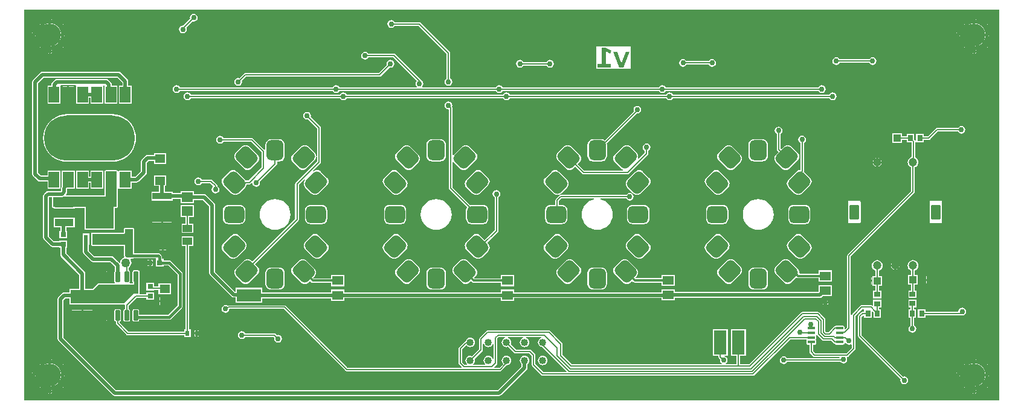
<source format=gbl>
G04*
G04 #@! TF.GenerationSoftware,Altium Limited,Altium Designer,19.1.8 (144)*
G04*
G04 Layer_Physical_Order=2*
G04 Layer_Color=16711680*
%FSLAX25Y25*%
%MOIN*%
G70*
G01*
G75*
%ADD31R,0.07087X0.13386*%
%ADD32R,0.13386X0.07087*%
%ADD35R,0.06102X0.04921*%
%ADD36R,0.03347X0.02953*%
%ADD38C,0.00800*%
%ADD39C,0.01500*%
%ADD40C,0.00600*%
%ADD41C,0.02000*%
G04:AMPARAMS|DCode=42|XSize=250mil|YSize=500mil|CornerRadius=125mil|HoleSize=0mil|Usage=FLASHONLY|Rotation=90.000|XOffset=0mil|YOffset=0mil|HoleType=Round|Shape=RoundedRectangle|*
%AMROUNDEDRECTD42*
21,1,0.25000,0.25000,0,0,90.0*
21,1,0.00000,0.50000,0,0,90.0*
1,1,0.25000,0.12500,0.00000*
1,1,0.25000,0.12500,0.00000*
1,1,0.25000,-0.12500,0.00000*
1,1,0.25000,-0.12500,0.00000*
%
%ADD42ROUNDEDRECTD42*%
G04:AMPARAMS|DCode=43|XSize=82.68mil|YSize=55.12mil|CornerRadius=6.89mil|HoleSize=0mil|Usage=FLASHONLY|Rotation=90.000|XOffset=0mil|YOffset=0mil|HoleType=Round|Shape=RoundedRectangle|*
%AMROUNDEDRECTD43*
21,1,0.08268,0.04134,0,0,90.0*
21,1,0.06890,0.05512,0,0,90.0*
1,1,0.01378,0.02067,0.03445*
1,1,0.01378,0.02067,-0.03445*
1,1,0.01378,-0.02067,-0.03445*
1,1,0.01378,-0.02067,0.03445*
%
%ADD43ROUNDEDRECTD43*%
%ADD44C,0.04724*%
G04:AMPARAMS|DCode=45|XSize=94.49mil|YSize=110.24mil|CornerRadius=23.62mil|HoleSize=0mil|Usage=FLASHONLY|Rotation=225.000|XOffset=0mil|YOffset=0mil|HoleType=Round|Shape=RoundedRectangle|*
%AMROUNDEDRECTD45*
21,1,0.09449,0.06299,0,0,225.0*
21,1,0.04724,0.11024,0,0,225.0*
1,1,0.04724,-0.03897,0.00557*
1,1,0.04724,-0.00557,0.03897*
1,1,0.04724,0.03897,-0.00557*
1,1,0.04724,0.00557,-0.03897*
%
%ADD45ROUNDEDRECTD45*%
G04:AMPARAMS|DCode=46|XSize=94.49mil|YSize=110.24mil|CornerRadius=23.62mil|HoleSize=0mil|Usage=FLASHONLY|Rotation=180.000|XOffset=0mil|YOffset=0mil|HoleType=Round|Shape=RoundedRectangle|*
%AMROUNDEDRECTD46*
21,1,0.09449,0.06299,0,0,180.0*
21,1,0.04724,0.11024,0,0,180.0*
1,1,0.04724,-0.02362,0.03150*
1,1,0.04724,0.02362,0.03150*
1,1,0.04724,0.02362,-0.03150*
1,1,0.04724,-0.02362,-0.03150*
%
%ADD46ROUNDEDRECTD46*%
G04:AMPARAMS|DCode=47|XSize=94.49mil|YSize=110.24mil|CornerRadius=23.62mil|HoleSize=0mil|Usage=FLASHONLY|Rotation=135.000|XOffset=0mil|YOffset=0mil|HoleType=Round|Shape=RoundedRectangle|*
%AMROUNDEDRECTD47*
21,1,0.09449,0.06299,0,0,135.0*
21,1,0.04724,0.11024,0,0,135.0*
1,1,0.04724,0.00557,0.03897*
1,1,0.04724,0.03897,0.00557*
1,1,0.04724,-0.00557,-0.03897*
1,1,0.04724,-0.03897,-0.00557*
%
%ADD47ROUNDEDRECTD47*%
G04:AMPARAMS|DCode=48|XSize=94.49mil|YSize=110.24mil|CornerRadius=23.62mil|HoleSize=0mil|Usage=FLASHONLY|Rotation=90.000|XOffset=0mil|YOffset=0mil|HoleType=Round|Shape=RoundedRectangle|*
%AMROUNDEDRECTD48*
21,1,0.09449,0.06299,0,0,90.0*
21,1,0.04724,0.11024,0,0,90.0*
1,1,0.04724,0.03150,0.02362*
1,1,0.04724,0.03150,-0.02362*
1,1,0.04724,-0.03150,-0.02362*
1,1,0.04724,-0.03150,0.02362*
%
%ADD48ROUNDEDRECTD48*%
%ADD49C,0.04016*%
%ADD50C,0.12598*%
%ADD51C,0.03000*%
%ADD52C,0.02500*%
%ADD53C,0.05000*%
%ADD54R,0.04134X0.04134*%
%ADD55R,0.03937X0.11024*%
%ADD56R,0.15394X0.14764*%
%ADD57R,0.02402X0.05000*%
%ADD58R,0.10630X0.03740*%
G04:AMPARAMS|DCode=59|XSize=15.75mil|YSize=41.34mil|CornerRadius=1.97mil|HoleSize=0mil|Usage=FLASHONLY|Rotation=270.000|XOffset=0mil|YOffset=0mil|HoleType=Round|Shape=RoundedRectangle|*
%AMROUNDEDRECTD59*
21,1,0.01575,0.03740,0,0,270.0*
21,1,0.01181,0.04134,0,0,270.0*
1,1,0.00394,-0.01870,-0.00591*
1,1,0.00394,-0.01870,0.00591*
1,1,0.00394,0.01870,0.00591*
1,1,0.00394,0.01870,-0.00591*
%
%ADD59ROUNDEDRECTD59*%
%ADD60R,0.04134X0.04134*%
%ADD61R,0.02953X0.03347*%
%ADD62R,0.02362X0.03150*%
%ADD63R,0.05906X0.08858*%
%ADD64R,0.05709X0.04528*%
%ADD65R,0.05315X0.03937*%
%ADD66R,0.06102X0.05315*%
%ADD67R,0.11417X0.06890*%
%ADD68R,0.10236X0.04134*%
%ADD69R,0.03150X0.02953*%
%ADD70R,0.05512X0.04724*%
G04:AMPARAMS|DCode=71|XSize=23.62mil|YSize=57.09mil|CornerRadius=2.01mil|HoleSize=0mil|Usage=FLASHONLY|Rotation=0.000|XOffset=0mil|YOffset=0mil|HoleType=Round|Shape=RoundedRectangle|*
%AMROUNDEDRECTD71*
21,1,0.02362,0.05307,0,0,0.0*
21,1,0.01961,0.05709,0,0,0.0*
1,1,0.00402,0.00980,-0.02653*
1,1,0.00402,-0.00980,-0.02653*
1,1,0.00402,-0.00980,0.02653*
1,1,0.00402,0.00980,0.02653*
%
%ADD71ROUNDEDRECTD71*%
%ADD72R,0.02953X0.03150*%
%ADD73C,0.01200*%
G36*
X540000Y2000D02*
X2000D01*
Y218000D01*
X540000D01*
Y2000D01*
D02*
G37*
%LPC*%
G36*
X526500Y214169D02*
Y213500D01*
X527169D01*
X526901Y213901D01*
X526500Y214169D01*
D02*
G37*
G36*
X525500D02*
X525099Y213901D01*
X524831Y213500D01*
X525500D01*
Y214169D01*
D02*
G37*
G36*
X16500D02*
Y213500D01*
X17169D01*
X16901Y213901D01*
X16500Y214169D01*
D02*
G37*
G36*
X15500D02*
X15099Y213901D01*
X14831Y213500D01*
X15500D01*
Y214169D01*
D02*
G37*
G36*
X527169Y212500D02*
X526500D01*
Y211831D01*
X526901Y212099D01*
X527169Y212500D01*
D02*
G37*
G36*
X525500D02*
X524831D01*
X525099Y212099D01*
X525500Y211831D01*
Y212500D01*
D02*
G37*
G36*
X17169D02*
X16500D01*
Y211831D01*
X16901Y212099D01*
X17169Y212500D01*
D02*
G37*
G36*
X15500D02*
X14831D01*
X15099Y212099D01*
X15500Y211831D01*
Y212500D01*
D02*
G37*
G36*
X95500Y215641D02*
X94681Y215478D01*
X93986Y215014D01*
X93522Y214319D01*
X93359Y213500D01*
X93475Y212917D01*
X89666Y209108D01*
X89500Y209141D01*
X88681Y208978D01*
X87986Y208514D01*
X87522Y207819D01*
X87359Y207000D01*
X87522Y206181D01*
X87986Y205486D01*
X88681Y205022D01*
X89500Y204859D01*
X90319Y205022D01*
X91014Y205486D01*
X91478Y206181D01*
X91641Y207000D01*
X91478Y207819D01*
X91391Y207949D01*
X94917Y211475D01*
X95500Y211359D01*
X96319Y211522D01*
X97014Y211986D01*
X97478Y212681D01*
X97641Y213500D01*
X97478Y214319D01*
X97014Y215014D01*
X96319Y215478D01*
X95500Y215641D01*
D02*
G37*
G36*
X532800Y211469D02*
Y210800D01*
X533469D01*
X533201Y211201D01*
X532800Y211469D01*
D02*
G37*
G36*
X531800D02*
X531399Y211201D01*
X531131Y210800D01*
X531800D01*
Y211469D01*
D02*
G37*
G36*
X520200D02*
Y210800D01*
X520869D01*
X520601Y211201D01*
X520200Y211469D01*
D02*
G37*
G36*
X519200D02*
X518799Y211201D01*
X518531Y210800D01*
X519200D01*
Y211469D01*
D02*
G37*
G36*
X22800D02*
Y210800D01*
X23469D01*
X23201Y211201D01*
X22800Y211469D01*
D02*
G37*
G36*
X21800D02*
X21399Y211201D01*
X21131Y210800D01*
X21800D01*
Y211469D01*
D02*
G37*
G36*
X10200D02*
Y210800D01*
X10869D01*
X10601Y211201D01*
X10200Y211469D01*
D02*
G37*
G36*
X9200D02*
X8799Y211201D01*
X8531Y210800D01*
X9200D01*
Y211469D01*
D02*
G37*
G36*
X533469Y209800D02*
X532800D01*
Y209131D01*
X533201Y209399D01*
X533469Y209800D01*
D02*
G37*
G36*
X531800D02*
X531131D01*
X531399Y209399D01*
X531800Y209131D01*
Y209800D01*
D02*
G37*
G36*
X520869D02*
X520200D01*
Y209131D01*
X520601Y209399D01*
X520869Y209800D01*
D02*
G37*
G36*
X519200D02*
X518531D01*
X518799Y209399D01*
X519200Y209131D01*
Y209800D01*
D02*
G37*
G36*
X23469D02*
X22800D01*
Y209131D01*
X23201Y209399D01*
X23469Y209800D01*
D02*
G37*
G36*
X21800D02*
X21131D01*
X21399Y209399D01*
X21800Y209131D01*
Y209800D01*
D02*
G37*
G36*
X10869D02*
X10200D01*
Y209131D01*
X10601Y209399D01*
X10869Y209800D01*
D02*
G37*
G36*
X9200D02*
X8531D01*
X8799Y209399D01*
X9200Y209131D01*
Y209800D01*
D02*
G37*
G36*
X526500Y210280D02*
Y204500D01*
X532280D01*
X532208Y205235D01*
X531848Y206422D01*
X531263Y207517D01*
X530476Y208476D01*
X529517Y209263D01*
X528422Y209848D01*
X527235Y210208D01*
X526500Y210280D01*
D02*
G37*
G36*
X16500D02*
Y204500D01*
X22280D01*
X22208Y205235D01*
X21848Y206422D01*
X21263Y207517D01*
X20476Y208476D01*
X19517Y209263D01*
X18422Y209848D01*
X17235Y210208D01*
X16500Y210280D01*
D02*
G37*
G36*
X535600Y205169D02*
Y204500D01*
X536269D01*
X536001Y204901D01*
X535600Y205169D01*
D02*
G37*
G36*
X534600D02*
X534199Y204901D01*
X533931Y204500D01*
X534600D01*
Y205169D01*
D02*
G37*
G36*
X517400D02*
Y204500D01*
X518069D01*
X517801Y204901D01*
X517400Y205169D01*
D02*
G37*
G36*
X516400D02*
X515999Y204901D01*
X515731Y204500D01*
X516400D01*
Y205169D01*
D02*
G37*
G36*
X25600D02*
Y204500D01*
X26269D01*
X26001Y204901D01*
X25600Y205169D01*
D02*
G37*
G36*
X24600D02*
X24199Y204901D01*
X23931Y204500D01*
X24600D01*
Y205169D01*
D02*
G37*
G36*
X7400D02*
Y204500D01*
X8069D01*
X7801Y204901D01*
X7400Y205169D01*
D02*
G37*
G36*
X6400D02*
X5999Y204901D01*
X5731Y204500D01*
X6400D01*
Y205169D01*
D02*
G37*
G36*
X525500Y210280D02*
X524765Y210208D01*
X523578Y209848D01*
X522483Y209263D01*
X521524Y208476D01*
X520737Y207517D01*
X520152Y206422D01*
X519792Y205235D01*
X519720Y204500D01*
X525500D01*
Y210280D01*
D02*
G37*
G36*
X15500D02*
X14765Y210208D01*
X13578Y209848D01*
X12483Y209263D01*
X11524Y208476D01*
X10737Y207517D01*
X10152Y206422D01*
X9792Y205235D01*
X9719Y204500D01*
X15500D01*
Y210280D01*
D02*
G37*
G36*
X536269Y203500D02*
X535600D01*
Y202831D01*
X536001Y203099D01*
X536269Y203500D01*
D02*
G37*
G36*
X534600D02*
X533931D01*
X534199Y203099D01*
X534600Y202831D01*
Y203500D01*
D02*
G37*
G36*
X518069D02*
X517400D01*
Y202831D01*
X517801Y203099D01*
X518069Y203500D01*
D02*
G37*
G36*
X516400D02*
X515731D01*
X515999Y203099D01*
X516400Y202831D01*
Y203500D01*
D02*
G37*
G36*
X26269D02*
X25600D01*
Y202831D01*
X26001Y203099D01*
X26269Y203500D01*
D02*
G37*
G36*
X24600D02*
X23931D01*
X24199Y203099D01*
X24600Y202831D01*
Y203500D01*
D02*
G37*
G36*
X8069D02*
X7400D01*
Y202831D01*
X7801Y203099D01*
X8069Y203500D01*
D02*
G37*
G36*
X6400D02*
X5731D01*
X5999Y203099D01*
X6400Y202831D01*
Y203500D01*
D02*
G37*
G36*
X532800Y198869D02*
Y198200D01*
X533469D01*
X533201Y198601D01*
X532800Y198869D01*
D02*
G37*
G36*
X531800D02*
X531399Y198601D01*
X531131Y198200D01*
X531800D01*
Y198869D01*
D02*
G37*
G36*
X520200D02*
Y198200D01*
X520869D01*
X520601Y198601D01*
X520200Y198869D01*
D02*
G37*
G36*
X519200D02*
X518799Y198601D01*
X518531Y198200D01*
X519200D01*
Y198869D01*
D02*
G37*
G36*
X22800D02*
Y198200D01*
X23469D01*
X23201Y198601D01*
X22800Y198869D01*
D02*
G37*
G36*
X21800D02*
X21399Y198601D01*
X21131Y198200D01*
X21800D01*
Y198869D01*
D02*
G37*
G36*
X10200D02*
Y198200D01*
X10869D01*
X10601Y198601D01*
X10200Y198869D01*
D02*
G37*
G36*
X9200D02*
X8799Y198601D01*
X8531Y198200D01*
X9200D01*
Y198869D01*
D02*
G37*
G36*
X532280Y203500D02*
X526500D01*
Y197720D01*
X527235Y197792D01*
X528422Y198152D01*
X529517Y198737D01*
X530476Y199524D01*
X531263Y200483D01*
X531848Y201578D01*
X532208Y202765D01*
X532280Y203500D01*
D02*
G37*
G36*
X22280D02*
X16500D01*
Y197720D01*
X17235Y197792D01*
X18422Y198152D01*
X19517Y198737D01*
X20476Y199524D01*
X21263Y200483D01*
X21848Y201578D01*
X22208Y202765D01*
X22280Y203500D01*
D02*
G37*
G36*
X525500D02*
X519720D01*
X519792Y202765D01*
X520152Y201578D01*
X520737Y200483D01*
X521524Y199524D01*
X522483Y198737D01*
X523578Y198152D01*
X524765Y197792D01*
X525500Y197720D01*
Y203500D01*
D02*
G37*
G36*
X15500D02*
X9719D01*
X9792Y202765D01*
X10152Y201578D01*
X10737Y200483D01*
X11524Y199524D01*
X12483Y198737D01*
X13578Y198152D01*
X14765Y197792D01*
X15500Y197720D01*
Y203500D01*
D02*
G37*
G36*
X533469Y197200D02*
X532800D01*
Y196531D01*
X533201Y196799D01*
X533469Y197200D01*
D02*
G37*
G36*
X531800D02*
X531131D01*
X531399Y196799D01*
X531800Y196531D01*
Y197200D01*
D02*
G37*
G36*
X520869D02*
X520200D01*
Y196531D01*
X520601Y196799D01*
X520869Y197200D01*
D02*
G37*
G36*
X519200D02*
X518531D01*
X518799Y196799D01*
X519200Y196531D01*
Y197200D01*
D02*
G37*
G36*
X23469D02*
X22800D01*
Y196531D01*
X23201Y196799D01*
X23469Y197200D01*
D02*
G37*
G36*
X21800D02*
X21131D01*
X21399Y196799D01*
X21800Y196531D01*
Y197200D01*
D02*
G37*
G36*
X10869D02*
X10200D01*
Y196531D01*
X10601Y196799D01*
X10869Y197200D01*
D02*
G37*
G36*
X9200D02*
X8531D01*
X8799Y196799D01*
X9200Y196531D01*
Y197200D01*
D02*
G37*
G36*
X526500Y196069D02*
Y195400D01*
X527169D01*
X526901Y195801D01*
X526500Y196069D01*
D02*
G37*
G36*
X525500D02*
X525099Y195801D01*
X524831Y195400D01*
X525500D01*
Y196069D01*
D02*
G37*
G36*
X16500D02*
Y195400D01*
X17169D01*
X16901Y195801D01*
X16500Y196069D01*
D02*
G37*
G36*
X15500D02*
X15099Y195801D01*
X14831Y195400D01*
X15500D01*
Y196069D01*
D02*
G37*
G36*
X527169Y194400D02*
X526500D01*
Y193731D01*
X526901Y193999D01*
X527169Y194400D01*
D02*
G37*
G36*
X525500D02*
X524831D01*
X525099Y193999D01*
X525500Y193731D01*
Y194400D01*
D02*
G37*
G36*
X17169D02*
X16500D01*
Y193731D01*
X16901Y193999D01*
X17169Y194400D01*
D02*
G37*
G36*
X15500D02*
X14831D01*
X15099Y193999D01*
X15500Y193731D01*
Y194400D01*
D02*
G37*
G36*
X470000Y191641D02*
X469181Y191478D01*
X468486Y191014D01*
X468156Y190520D01*
X451844D01*
X451514Y191014D01*
X450819Y191478D01*
X450000Y191641D01*
X449181Y191478D01*
X448486Y191014D01*
X448022Y190319D01*
X447859Y189500D01*
X448022Y188681D01*
X448486Y187986D01*
X449181Y187522D01*
X450000Y187359D01*
X450819Y187522D01*
X451514Y187986D01*
X451844Y188480D01*
X468156D01*
X468486Y187986D01*
X469181Y187522D01*
X470000Y187359D01*
X470819Y187522D01*
X471514Y187986D01*
X471978Y188681D01*
X472141Y189500D01*
X471978Y190319D01*
X471514Y191014D01*
X470819Y191478D01*
X470000Y191641D01*
D02*
G37*
G36*
X381500Y190641D02*
X380681Y190478D01*
X379986Y190014D01*
X379656Y189520D01*
X367344D01*
X367014Y190014D01*
X366319Y190478D01*
X365500Y190641D01*
X364681Y190478D01*
X363986Y190014D01*
X363522Y189319D01*
X363359Y188500D01*
X363522Y187681D01*
X363986Y186986D01*
X364681Y186522D01*
X365500Y186359D01*
X366319Y186522D01*
X367014Y186986D01*
X367344Y187480D01*
X379656D01*
X379986Y186986D01*
X380681Y186522D01*
X381500Y186359D01*
X382319Y186522D01*
X383014Y186986D01*
X383478Y187681D01*
X383641Y188500D01*
X383478Y189319D01*
X383014Y190014D01*
X382319Y190478D01*
X381500Y190641D01*
D02*
G37*
G36*
X292000Y190141D02*
X291181Y189978D01*
X290486Y189514D01*
X290156Y189020D01*
X277344D01*
X277014Y189514D01*
X276319Y189978D01*
X275500Y190141D01*
X274681Y189978D01*
X273986Y189514D01*
X273522Y188819D01*
X273359Y188000D01*
X273522Y187181D01*
X273986Y186486D01*
X274681Y186022D01*
X275500Y185859D01*
X276319Y186022D01*
X277014Y186486D01*
X277344Y186980D01*
X290156D01*
X290486Y186486D01*
X291181Y186022D01*
X292000Y185859D01*
X292819Y186022D01*
X293514Y186486D01*
X293978Y187181D01*
X294141Y188000D01*
X293978Y188819D01*
X293514Y189514D01*
X292819Y189978D01*
X292000Y190141D01*
D02*
G37*
G36*
X204000D02*
X203181Y189978D01*
X202486Y189514D01*
X202022Y188819D01*
X201859Y188000D01*
X201975Y187417D01*
X197578Y183020D01*
X124000D01*
X123610Y182942D01*
X123279Y182721D01*
X120583Y180025D01*
X120000Y180141D01*
X119181Y179978D01*
X118486Y179514D01*
X118022Y178819D01*
X117859Y178000D01*
X118022Y177181D01*
X118486Y176486D01*
X119181Y176022D01*
X120000Y175859D01*
X120819Y176022D01*
X121514Y176486D01*
X121978Y177181D01*
X122141Y178000D01*
X122025Y178583D01*
X124422Y180980D01*
X198000D01*
X198390Y181058D01*
X198721Y181279D01*
X203417Y185975D01*
X204000Y185859D01*
X204819Y186022D01*
X205514Y186486D01*
X205978Y187181D01*
X206141Y188000D01*
X205978Y188819D01*
X205514Y189514D01*
X204819Y189978D01*
X204000Y190141D01*
D02*
G37*
G36*
X336600Y197558D02*
X317686D01*
Y185400D01*
X336600D01*
Y197558D01*
D02*
G37*
G36*
X204500Y212141D02*
X203681Y211978D01*
X202986Y211514D01*
X202522Y210819D01*
X202359Y210000D01*
X202522Y209181D01*
X202986Y208486D01*
X203681Y208022D01*
X204500Y207859D01*
X205319Y208022D01*
X206014Y208486D01*
X206344Y208980D01*
X219578D01*
X234980Y193578D01*
Y179844D01*
X234486Y179514D01*
X234022Y178819D01*
X233859Y178000D01*
X234022Y177181D01*
X234486Y176486D01*
X235181Y176022D01*
X236000Y175859D01*
X236819Y176022D01*
X237514Y176486D01*
X237978Y177181D01*
X238141Y178000D01*
X237978Y178819D01*
X237514Y179514D01*
X237020Y179844D01*
Y194000D01*
X236942Y194390D01*
X236721Y194721D01*
X220721Y210721D01*
X220390Y210942D01*
X220000Y211020D01*
X206344D01*
X206014Y211514D01*
X205319Y211978D01*
X204500Y212141D01*
D02*
G37*
G36*
X190000Y194641D02*
X189181Y194478D01*
X188486Y194014D01*
X188022Y193319D01*
X187859Y192500D01*
X188022Y191681D01*
X188486Y190986D01*
X189181Y190522D01*
X190000Y190359D01*
X190819Y190522D01*
X191514Y190986D01*
X191844Y191480D01*
X205578D01*
X218491Y178567D01*
X218486Y178514D01*
X218022Y177819D01*
X217859Y177000D01*
X218022Y176181D01*
X218463Y175520D01*
X218425Y175344D01*
X218284Y175020D01*
X175844D01*
X175514Y175514D01*
X174819Y175978D01*
X174000Y176141D01*
X173181Y175978D01*
X172486Y175514D01*
X172156Y175020D01*
X87844D01*
X87514Y175514D01*
X86819Y175978D01*
X86000Y176141D01*
X85181Y175978D01*
X84486Y175514D01*
X84022Y174819D01*
X83859Y174000D01*
X84022Y173181D01*
X84486Y172486D01*
X85181Y172022D01*
X86000Y171859D01*
X86819Y172022D01*
X87514Y172486D01*
X87844Y172980D01*
X172156D01*
X172486Y172486D01*
X173181Y172022D01*
X174000Y171859D01*
X174819Y172022D01*
X175514Y172486D01*
X175844Y172980D01*
X262156D01*
X262486Y172486D01*
X263181Y172022D01*
X264000Y171859D01*
X264819Y172022D01*
X265514Y172486D01*
X265844Y172980D01*
X352156D01*
X352486Y172486D01*
X353181Y172022D01*
X354000Y171859D01*
X354819Y172022D01*
X355514Y172486D01*
X355844Y172980D01*
X440156D01*
X440486Y172486D01*
X441181Y172022D01*
X442000Y171859D01*
X442819Y172022D01*
X443514Y172486D01*
X443978Y173181D01*
X444141Y174000D01*
X443978Y174819D01*
X443514Y175514D01*
X442819Y175978D01*
X442000Y176141D01*
X441181Y175978D01*
X440486Y175514D01*
X440156Y175020D01*
X355844D01*
X355514Y175514D01*
X354819Y175978D01*
X354000Y176141D01*
X353181Y175978D01*
X352486Y175514D01*
X352156Y175020D01*
X265844D01*
X265514Y175514D01*
X264819Y175978D01*
X264000Y176141D01*
X263181Y175978D01*
X262486Y175514D01*
X262156Y175020D01*
X221716D01*
X221575Y175344D01*
X221536Y175520D01*
X221978Y176181D01*
X222141Y177000D01*
X221978Y177819D01*
X221514Y178514D01*
X220935Y178901D01*
X220721Y179221D01*
X206721Y193221D01*
X206390Y193442D01*
X206000Y193520D01*
X191844D01*
X191514Y194014D01*
X190819Y194478D01*
X190000Y194641D01*
D02*
G37*
G36*
X29142Y175453D02*
X26689D01*
Y171524D01*
X29142D01*
Y175453D01*
D02*
G37*
G36*
X25689D02*
X23236D01*
Y171524D01*
X25689D01*
Y175453D01*
D02*
G37*
G36*
X448000Y172141D02*
X447181Y171978D01*
X446486Y171514D01*
X446156Y171020D01*
X359844D01*
X359514Y171514D01*
X358819Y171978D01*
X358000Y172141D01*
X357181Y171978D01*
X356486Y171514D01*
X356156Y171020D01*
X269844D01*
X269514Y171514D01*
X268819Y171978D01*
X268000Y172141D01*
X267181Y171978D01*
X266486Y171514D01*
X266156Y171020D01*
X179844D01*
X179514Y171514D01*
X178819Y171978D01*
X178000Y172141D01*
X177181Y171978D01*
X176486Y171514D01*
X176156Y171020D01*
X93844D01*
X93514Y171514D01*
X92819Y171978D01*
X92000Y172141D01*
X91181Y171978D01*
X90486Y171514D01*
X90022Y170819D01*
X89859Y170000D01*
X90022Y169181D01*
X90486Y168486D01*
X91181Y168022D01*
X92000Y167859D01*
X92819Y168022D01*
X93514Y168486D01*
X93844Y168980D01*
X176156D01*
X176486Y168486D01*
X177181Y168022D01*
X178000Y167859D01*
X178819Y168022D01*
X179514Y168486D01*
X179844Y168980D01*
X266156D01*
X266486Y168486D01*
X267181Y168022D01*
X268000Y167859D01*
X268819Y168022D01*
X269514Y168486D01*
X269844Y168980D01*
X356156D01*
X356486Y168486D01*
X357181Y168022D01*
X358000Y167859D01*
X358819Y168022D01*
X359514Y168486D01*
X359844Y168980D01*
X446156D01*
X446486Y168486D01*
X447181Y168022D01*
X448000Y167859D01*
X448819Y168022D01*
X449514Y168486D01*
X449978Y169181D01*
X450141Y170000D01*
X449978Y170819D01*
X449514Y171514D01*
X448819Y171978D01*
X448000Y172141D01*
D02*
G37*
G36*
X29142Y170524D02*
X26689D01*
Y166595D01*
X29142D01*
Y170524D01*
D02*
G37*
G36*
X25689D02*
X23236D01*
Y166595D01*
X25689D01*
Y170524D01*
D02*
G37*
G36*
X54000Y183631D02*
X12000D01*
X11376Y183507D01*
X10847Y183153D01*
X6847Y179154D01*
X6493Y178624D01*
X6369Y178000D01*
Y127000D01*
X6493Y126376D01*
X6847Y125847D01*
X9347Y123346D01*
X9876Y122993D01*
X10500Y122869D01*
X14762D01*
Y118947D01*
X21868D01*
Y129006D01*
X14762D01*
Y126131D01*
X11176D01*
X9631Y127676D01*
Y177324D01*
X12676Y180369D01*
X53324D01*
X56054Y177639D01*
Y176053D01*
X54132D01*
Y165995D01*
X61238D01*
Y176053D01*
X59316D01*
Y178315D01*
X59192Y178939D01*
X58839Y179469D01*
X55154Y183153D01*
X54624Y183507D01*
X54000Y183631D01*
D02*
G37*
G36*
X47087Y179631D02*
X20000D01*
X19376Y179507D01*
X18846Y179154D01*
X17382Y177689D01*
X17028Y177160D01*
X16904Y176535D01*
Y176053D01*
X14762D01*
Y165995D01*
X21868D01*
Y176053D01*
X22237Y176369D01*
X30141D01*
X30510Y176053D01*
X30510Y175869D01*
Y165995D01*
X37616D01*
Y169392D01*
X38384D01*
Y165995D01*
X45490D01*
Y175869D01*
X45490Y176053D01*
X45859Y176369D01*
X45889D01*
X46258Y176053D01*
Y165995D01*
X53364D01*
Y176053D01*
X50182D01*
Y176535D01*
X50058Y177160D01*
X49705Y177689D01*
X48240Y179154D01*
X47711Y179507D01*
X47087Y179631D01*
D02*
G37*
G36*
X340200Y164741D02*
X339381Y164578D01*
X338686Y164114D01*
X338222Y163419D01*
X338059Y162600D01*
X338222Y161781D01*
X338237Y161758D01*
X322159Y145679D01*
X321910Y145870D01*
X321190Y146169D01*
X320416Y146271D01*
X315692D01*
X314919Y146169D01*
X314198Y145870D01*
X313579Y145395D01*
X313104Y144777D01*
X312806Y144056D01*
X312704Y143283D01*
Y136984D01*
X312806Y136210D01*
X313104Y135490D01*
X313579Y134871D01*
X314198Y134396D01*
X314919Y134098D01*
X315692Y133996D01*
X320416D01*
X321190Y134098D01*
X321910Y134396D01*
X322529Y134871D01*
X323004Y135490D01*
X323302Y136210D01*
X323404Y136984D01*
Y143283D01*
X323316Y143953D01*
X339884Y160522D01*
X340200Y160459D01*
X341019Y160622D01*
X341714Y161086D01*
X342178Y161781D01*
X342341Y162600D01*
X342178Y163419D01*
X341714Y164114D01*
X341019Y164578D01*
X340200Y164741D01*
D02*
G37*
G36*
X519000Y153641D02*
X518181Y153478D01*
X517486Y153014D01*
X517156Y152520D01*
X505500D01*
X505110Y152442D01*
X504779Y152221D01*
X500578Y148020D01*
X498135D01*
Y149273D01*
X493983D01*
Y145493D01*
X493483Y145444D01*
X493442Y145648D01*
X493221Y145979D01*
X493017Y146183D01*
Y149273D01*
X488865D01*
Y148020D01*
X486167D01*
Y149667D01*
X480833D01*
Y144333D01*
X486167D01*
Y145980D01*
X488865D01*
Y144727D01*
X491480D01*
Y136433D01*
X490790Y136146D01*
X490171Y135672D01*
X489696Y135053D01*
X489397Y134332D01*
X489296Y133559D01*
X489397Y132786D01*
X489696Y132065D01*
X490171Y131446D01*
X490790Y130972D01*
X491264Y130775D01*
Y117706D01*
X456279Y82721D01*
X456058Y82390D01*
X455980Y82000D01*
Y42422D01*
X454958Y41400D01*
X454458Y41607D01*
Y42429D01*
X454396Y42740D01*
X454220Y43004D01*
X453957Y43180D01*
X453646Y43242D01*
X449905D01*
X449595Y43180D01*
X449331Y43004D01*
X449222Y42841D01*
X448918Y42781D01*
X448588Y42560D01*
X445748Y39720D01*
X444422D01*
X444020Y40122D01*
Y46660D01*
X443942Y47050D01*
X443721Y47381D01*
X440581Y50521D01*
X440250Y50742D01*
X439860Y50820D01*
X431340D01*
X430950Y50742D01*
X430619Y50521D01*
X401918Y21820D01*
X397020D01*
Y26707D01*
X400143D01*
Y41293D01*
X391857D01*
Y26707D01*
X394980D01*
Y21820D01*
X389167D01*
X389015Y22320D01*
X389414Y22586D01*
X389878Y23281D01*
X390041Y24100D01*
X389878Y24919D01*
X389414Y25614D01*
X388719Y26078D01*
X388071Y26207D01*
X388120Y26707D01*
X390143D01*
Y41293D01*
X381857D01*
Y26707D01*
X384980D01*
Y26000D01*
X385058Y25610D01*
X385279Y25279D01*
X385875Y24683D01*
X385759Y24100D01*
X385922Y23281D01*
X386386Y22586D01*
X386785Y22320D01*
X386633Y21820D01*
X304122D01*
X299020Y26922D01*
Y33000D01*
X298942Y33390D01*
X298721Y33721D01*
X292221Y40221D01*
X291890Y40442D01*
X291500Y40520D01*
X257500D01*
X257110Y40442D01*
X256779Y40221D01*
X253279Y36721D01*
X253058Y36390D01*
X252980Y36000D01*
Y30422D01*
X248976Y26418D01*
X248681Y26541D01*
X248000Y26630D01*
X247319Y26541D01*
X246685Y26278D01*
X246140Y25860D01*
X245722Y25315D01*
X245459Y24681D01*
X245370Y24000D01*
X245459Y23319D01*
X245722Y22685D01*
X246140Y22140D01*
X246297Y22020D01*
X246127Y21520D01*
X244922D01*
X243520Y22922D01*
Y30078D01*
X245630Y32188D01*
X246129Y32155D01*
X246140Y32140D01*
X246685Y31722D01*
X247319Y31459D01*
X248000Y31370D01*
X248681Y31459D01*
X249315Y31722D01*
X249860Y32140D01*
X250278Y32685D01*
X250541Y33319D01*
X250630Y34000D01*
X250541Y34681D01*
X250278Y35315D01*
X249860Y35860D01*
X249315Y36278D01*
X248681Y36541D01*
X248000Y36630D01*
X247319Y36541D01*
X246685Y36278D01*
X246140Y35860D01*
X245722Y35315D01*
X245459Y34681D01*
X245440Y34533D01*
X245142Y34474D01*
X244811Y34253D01*
X241779Y31221D01*
X241558Y30890D01*
X241480Y30500D01*
Y22500D01*
X241558Y22110D01*
X241779Y21779D01*
X243179Y20380D01*
X242987Y19918D01*
X180380D01*
X146149Y54149D01*
X145851Y54348D01*
X145500Y54418D01*
X114551D01*
X114200Y54348D01*
X114107Y54286D01*
X113819Y54478D01*
X113000Y54641D01*
X112181Y54478D01*
X111486Y54014D01*
X111022Y53319D01*
X110859Y52500D01*
X111022Y51681D01*
X111486Y50986D01*
X112181Y50522D01*
X113000Y50359D01*
X113819Y50522D01*
X114514Y50986D01*
X114978Y51681D01*
X115141Y52500D01*
X115209Y52582D01*
X145120D01*
X179351Y18351D01*
X179649Y18152D01*
X180000Y18082D01*
X264500D01*
X264851Y18152D01*
X265149Y18351D01*
X267995Y21198D01*
X268121Y21386D01*
X268681Y21459D01*
X269315Y21722D01*
X269860Y22140D01*
X270278Y22685D01*
X270541Y23319D01*
X270630Y24000D01*
X270541Y24681D01*
X270278Y25315D01*
X269860Y25860D01*
X269315Y26278D01*
X268681Y26541D01*
X268000Y26630D01*
X267319Y26541D01*
X266685Y26278D01*
X266140Y25860D01*
X265722Y25315D01*
X265459Y24681D01*
X265370Y24000D01*
X265459Y23319D01*
X265722Y22685D01*
X266140Y22140D01*
X266153Y21950D01*
X264120Y19918D01*
X261513D01*
X261321Y20380D01*
X262721Y21779D01*
X262942Y22110D01*
X263020Y22500D01*
Y36109D01*
X263891Y36980D01*
X267074D01*
X267174Y36480D01*
X266685Y36278D01*
X266140Y35860D01*
X265722Y35315D01*
X265459Y34681D01*
X265370Y34000D01*
X265459Y33319D01*
X265722Y32685D01*
X266140Y32140D01*
X266685Y31722D01*
X267319Y31459D01*
X268000Y31370D01*
X268681Y31459D01*
X268976Y31582D01*
X272279Y28279D01*
X272610Y28058D01*
X273000Y27980D01*
X280578D01*
X281980Y26578D01*
Y21500D01*
X282058Y21110D01*
X282279Y20779D01*
X287279Y15779D01*
X287610Y15558D01*
X288000Y15480D01*
X404000Y15480D01*
X404390Y15558D01*
X404721Y15779D01*
X424643Y35701D01*
X433474D01*
X433540Y35620D01*
X433678Y35267D01*
X433608Y35069D01*
X433604Y35063D01*
X433542Y34752D01*
Y33571D01*
X433604Y33260D01*
X433780Y32996D01*
X434043Y32820D01*
X434354Y32758D01*
X435205D01*
Y28776D01*
X435282Y28385D01*
X435503Y28055D01*
X437279Y26279D01*
X437610Y26058D01*
X438000Y25980D01*
X451624D01*
X451892Y25505D01*
X451730Y25220D01*
X422744D01*
X422414Y25714D01*
X421719Y26178D01*
X420900Y26341D01*
X420081Y26178D01*
X419386Y25714D01*
X418922Y25019D01*
X418759Y24200D01*
X418922Y23381D01*
X419386Y22686D01*
X420081Y22222D01*
X420900Y22059D01*
X421719Y22222D01*
X422414Y22686D01*
X422744Y23180D01*
X452256D01*
X452386Y22986D01*
X453081Y22522D01*
X453900Y22359D01*
X454719Y22522D01*
X455414Y22986D01*
X455878Y23681D01*
X456041Y24500D01*
X455878Y25319D01*
X455731Y25539D01*
X455967Y25980D01*
X456000D01*
X456390Y26058D01*
X456721Y26279D01*
X460221Y29779D01*
X460442Y30110D01*
X460520Y30500D01*
Y48578D01*
X464422Y52480D01*
X464950D01*
X465365Y52273D01*
Y51020D01*
X464500D01*
X464110Y50942D01*
X463779Y50721D01*
X462279Y49221D01*
X462058Y48890D01*
X461980Y48500D01*
Y37500D01*
X462058Y37110D01*
X462279Y36779D01*
X485475Y13583D01*
X485359Y13000D01*
X485522Y12181D01*
X485986Y11486D01*
X486681Y11022D01*
X487500Y10859D01*
X488319Y11022D01*
X489014Y11486D01*
X489478Y12181D01*
X489641Y13000D01*
X489478Y13819D01*
X489014Y14514D01*
X488319Y14978D01*
X487500Y15141D01*
X486917Y15025D01*
X464020Y37922D01*
Y48078D01*
X464865Y48923D01*
X465365Y48841D01*
Y47727D01*
X469517D01*
Y50946D01*
X469979Y51138D01*
X470483Y50634D01*
Y47727D01*
X474635D01*
Y52273D01*
X473520D01*
Y53306D01*
X474773D01*
Y57458D01*
X470227D01*
Y54406D01*
X470088Y54348D01*
X469727Y54256D01*
X469449Y54442D01*
X469059Y54520D01*
X464000D01*
X463610Y54442D01*
X463279Y54221D01*
X458779Y49721D01*
X458558Y49390D01*
X458520Y49197D01*
X458020Y49246D01*
Y81578D01*
X493004Y116562D01*
X493225Y116893D01*
X493303Y117283D01*
Y130775D01*
X493777Y130972D01*
X494396Y131446D01*
X494871Y132065D01*
X495169Y132786D01*
X495271Y133559D01*
X495169Y134332D01*
X494871Y135053D01*
X494396Y135672D01*
X493777Y136146D01*
X493520Y136253D01*
Y144638D01*
X493983Y144727D01*
X494020Y144727D01*
X498135D01*
Y145980D01*
X501000D01*
X501390Y146058D01*
X501721Y146279D01*
X505922Y150480D01*
X517156D01*
X517486Y149986D01*
X518181Y149522D01*
X519000Y149359D01*
X519819Y149522D01*
X520514Y149986D01*
X520978Y150681D01*
X521141Y151500D01*
X520978Y152319D01*
X520514Y153014D01*
X519819Y153478D01*
X519000Y153641D01*
D02*
G37*
G36*
X485567Y143752D02*
X484000D01*
Y142185D01*
X485567D01*
Y143752D01*
D02*
G37*
G36*
X483000D02*
X481433D01*
Y142185D01*
X483000D01*
Y143752D01*
D02*
G37*
G36*
X485567Y141185D02*
X484000D01*
Y139618D01*
X485567D01*
Y141185D01*
D02*
G37*
G36*
X483000D02*
X481433D01*
Y139618D01*
X483000D01*
Y141185D01*
D02*
G37*
G36*
X158000Y161396D02*
X157181Y161233D01*
X156486Y160768D01*
X156022Y160074D01*
X155859Y159254D01*
X156022Y158435D01*
X156486Y157740D01*
X157181Y157276D01*
X158000Y157113D01*
X158583Y157229D01*
X163480Y152332D01*
Y136900D01*
X162980Y136867D01*
X162948Y137115D01*
X162894Y137526D01*
X162595Y138247D01*
X162120Y138865D01*
X158780Y142206D01*
X158161Y142681D01*
X157440Y142980D01*
X156667Y143081D01*
X155894Y142980D01*
X155173Y142681D01*
X154554Y142206D01*
X150100Y137752D01*
X149625Y137133D01*
X149327Y136413D01*
X149225Y135639D01*
X149327Y134866D01*
X149625Y134145D01*
X150100Y133527D01*
X153441Y130186D01*
X154060Y129711D01*
X154780Y129413D01*
X155553Y129311D01*
X156327Y129413D01*
X157047Y129711D01*
X157666Y130186D01*
X162120Y134640D01*
X162595Y135259D01*
X162894Y135979D01*
X162948Y136390D01*
X162980Y136639D01*
X163480Y136606D01*
Y134022D01*
X151679Y122221D01*
X151458Y121890D01*
X151380Y121500D01*
Y102322D01*
X127778Y78720D01*
X127284Y79214D01*
X126665Y79689D01*
X125944Y79987D01*
X125171Y80089D01*
X124398Y79987D01*
X123677Y79689D01*
X123058Y79214D01*
X118604Y74760D01*
X118129Y74141D01*
X117831Y73421D01*
X117729Y72647D01*
X117831Y71874D01*
X118129Y71153D01*
X118604Y70534D01*
X121945Y67194D01*
X122564Y66719D01*
X123284Y66421D01*
X124057Y66319D01*
X124831Y66421D01*
X125551Y66719D01*
X126170Y67194D01*
X130624Y71648D01*
X131099Y72267D01*
X131398Y72987D01*
X131499Y73761D01*
X131398Y74534D01*
X131099Y75255D01*
X130624Y75873D01*
X129220Y77278D01*
X153121Y101179D01*
X153342Y101510D01*
X153420Y101900D01*
Y121078D01*
X156509Y124167D01*
X156886Y123837D01*
X156515Y123354D01*
X156217Y122633D01*
X156115Y121860D01*
X156217Y121087D01*
X156515Y120366D01*
X156990Y119747D01*
X160331Y116406D01*
X160949Y115932D01*
X161670Y115633D01*
X162443Y115531D01*
X163216Y115633D01*
X163937Y115932D01*
X164556Y116406D01*
X169010Y120861D01*
X169485Y121479D01*
X169783Y122200D01*
X169885Y122973D01*
X169783Y123747D01*
X169485Y124467D01*
X169010Y125086D01*
X165669Y128427D01*
X165051Y128902D01*
X164330Y129200D01*
X163557Y129302D01*
X162784Y129200D01*
X162063Y128902D01*
X161580Y128531D01*
X161249Y128908D01*
X165221Y132879D01*
X165442Y133210D01*
X165520Y133600D01*
Y152754D01*
X165442Y153145D01*
X165221Y153475D01*
X160025Y158671D01*
X160141Y159254D01*
X159978Y160074D01*
X159514Y160768D01*
X158819Y161233D01*
X158000Y161396D01*
D02*
G37*
G36*
X345300Y144041D02*
X344481Y143878D01*
X343786Y143414D01*
X343322Y142719D01*
X343159Y141900D01*
X343322Y141081D01*
X343786Y140386D01*
X344280Y140056D01*
Y138822D01*
X340907Y135449D01*
X340483Y135732D01*
X340585Y135979D01*
X340687Y136753D01*
X340585Y137526D01*
X340287Y138247D01*
X339812Y138865D01*
X336472Y142206D01*
X335853Y142681D01*
X335132Y142980D01*
X334359Y143081D01*
X333586Y142980D01*
X332865Y142681D01*
X332246Y142206D01*
X327792Y137752D01*
X327317Y137133D01*
X327019Y136413D01*
X326917Y135639D01*
X327019Y134866D01*
X327317Y134145D01*
X327792Y133527D01*
X331133Y130186D01*
X331751Y129711D01*
X332214Y129520D01*
X332114Y129020D01*
X310924D01*
X307367Y132577D01*
X308316Y133527D01*
X308791Y134145D01*
X309089Y134866D01*
X309191Y135639D01*
X309089Y136413D01*
X308791Y137133D01*
X308316Y137752D01*
X303862Y142206D01*
X303243Y142681D01*
X302522Y142980D01*
X301749Y143081D01*
X300976Y142980D01*
X300255Y142681D01*
X299637Y142206D01*
X296296Y138865D01*
X295821Y138247D01*
X295523Y137526D01*
X295421Y136753D01*
X295523Y135979D01*
X295821Y135259D01*
X296296Y134640D01*
X300750Y130186D01*
X301369Y129711D01*
X302090Y129413D01*
X302863Y129311D01*
X303636Y129413D01*
X304357Y129711D01*
X304976Y130186D01*
X305925Y131135D01*
X309781Y127279D01*
X310112Y127058D01*
X310502Y126980D01*
X334900D01*
X335290Y127058D01*
X335621Y127279D01*
X346021Y137679D01*
X346242Y138010D01*
X346320Y138400D01*
Y140056D01*
X346814Y140386D01*
X347278Y141081D01*
X347441Y141900D01*
X347278Y142719D01*
X346814Y143414D01*
X346119Y143878D01*
X345300Y144041D01*
D02*
G37*
G36*
X473098Y135868D02*
Y134059D01*
X474907D01*
X474824Y134481D01*
X474301Y135262D01*
X473520Y135784D01*
X473098Y135868D01*
D02*
G37*
G36*
X472098D02*
X471677Y135784D01*
X470895Y135262D01*
X470373Y134481D01*
X470289Y134059D01*
X472098D01*
Y135868D01*
D02*
G37*
G36*
X409262Y146271D02*
X404538D01*
X403764Y146169D01*
X403044Y145870D01*
X402425Y145395D01*
X401950Y144777D01*
X401652Y144056D01*
X401550Y143283D01*
Y136984D01*
X401652Y136210D01*
X401950Y135490D01*
X402425Y134871D01*
X403044Y134396D01*
X403764Y134098D01*
X404538Y133996D01*
X409262D01*
X410036Y134098D01*
X410756Y134396D01*
X411375Y134871D01*
X411850Y135490D01*
X412148Y136210D01*
X412250Y136984D01*
Y143283D01*
X412148Y144056D01*
X411850Y144777D01*
X411375Y145395D01*
X410756Y145870D01*
X410036Y146169D01*
X409262Y146271D01*
D02*
G37*
G36*
X231570D02*
X226846D01*
X226073Y146169D01*
X225352Y145870D01*
X224733Y145395D01*
X224258Y144777D01*
X223960Y144056D01*
X223858Y143283D01*
Y136984D01*
X223960Y136210D01*
X224258Y135490D01*
X224733Y134871D01*
X225352Y134396D01*
X226073Y134098D01*
X226846Y133996D01*
X231570D01*
X232344Y134098D01*
X233064Y134396D01*
X233683Y134871D01*
X234158Y135490D01*
X234456Y136210D01*
X234558Y136984D01*
Y143283D01*
X234456Y144056D01*
X234158Y144777D01*
X233683Y145395D01*
X233064Y145870D01*
X232344Y146169D01*
X231570Y146271D01*
D02*
G37*
G36*
X50500Y160141D02*
X25500D01*
X23444Y159979D01*
X21439Y159497D01*
X19534Y158708D01*
X17776Y157631D01*
X16208Y156292D01*
X14869Y154724D01*
X13792Y152966D01*
X13003Y151061D01*
X12521Y149056D01*
X12359Y147000D01*
X12521Y144944D01*
X13003Y142939D01*
X13792Y141034D01*
X14869Y139276D01*
X16208Y137708D01*
X17776Y136369D01*
X19534Y135292D01*
X21439Y134503D01*
X23444Y134021D01*
X25500Y133860D01*
X50500D01*
X52556Y134021D01*
X54561Y134503D01*
X56466Y135292D01*
X58224Y136369D01*
X59792Y137708D01*
X61131Y139276D01*
X62208Y141034D01*
X62997Y142939D01*
X63479Y144944D01*
X63640Y147000D01*
X63479Y149056D01*
X62997Y151061D01*
X62208Y152966D01*
X61131Y154724D01*
X59792Y156292D01*
X58224Y157631D01*
X56466Y158708D01*
X54561Y159497D01*
X52556Y159979D01*
X50500Y160141D01*
D02*
G37*
G36*
X80356Y138565D02*
X73644D01*
Y137631D01*
X70000D01*
X69376Y137507D01*
X68846Y137153D01*
X66847Y135153D01*
X66493Y134624D01*
X66369Y134000D01*
Y128676D01*
X63301Y125608D01*
X61238D01*
Y129006D01*
X54132D01*
Y128541D01*
X53649Y128500D01*
X53459Y128959D01*
X53364Y128999D01*
Y129006D01*
X53347D01*
X53000Y129149D01*
X47000D01*
X46652Y129006D01*
X46258D01*
Y118947D01*
X46351D01*
Y115149D01*
X24938Y115149D01*
X24747Y115611D01*
X25153Y116018D01*
X25507Y116547D01*
X25631Y117172D01*
Y118820D01*
X25716Y118947D01*
X29742D01*
Y129006D01*
X22636D01*
Y122181D01*
X22605Y122024D01*
Y120168D01*
X22493Y120000D01*
X22369Y119376D01*
Y117847D01*
X22153Y117631D01*
X15172D01*
X14547Y117507D01*
X14018Y117154D01*
X12846Y115982D01*
X12493Y115453D01*
X12369Y114828D01*
Y92000D01*
X12493Y91376D01*
X12846Y90847D01*
X16504Y87189D01*
X17033Y86835D01*
X17658Y86711D01*
X21325D01*
Y86266D01*
X21869D01*
Y82500D01*
X21993Y81876D01*
X22346Y81346D01*
X32369Y71324D01*
Y63655D01*
X27691D01*
Y63649D01*
X27500D01*
X27041Y63459D01*
X26851Y63000D01*
Y61631D01*
X24000D01*
X23376Y61507D01*
X22847Y61154D01*
X20846Y59153D01*
X20493Y58624D01*
X20369Y58000D01*
Y36000D01*
X20493Y35376D01*
X20846Y34846D01*
X50846Y4846D01*
X51376Y4493D01*
X52000Y4369D01*
X264000D01*
X264624Y4493D01*
X265154Y4846D01*
X279153Y18846D01*
X279507Y19376D01*
X279631Y20000D01*
Y21965D01*
X279860Y22140D01*
X280278Y22685D01*
X280541Y23319D01*
X280630Y24000D01*
X280541Y24681D01*
X280278Y25315D01*
X279860Y25860D01*
X279315Y26278D01*
X278681Y26541D01*
X278000Y26630D01*
X277319Y26541D01*
X276685Y26278D01*
X276140Y25860D01*
X275722Y25315D01*
X275459Y24681D01*
X275370Y24000D01*
X275459Y23319D01*
X275722Y22685D01*
X276140Y22140D01*
X276369Y21965D01*
Y20676D01*
X263324Y7631D01*
X52676D01*
X23631Y36676D01*
Y57324D01*
X24676Y58369D01*
X26851D01*
Y55500D01*
X27041Y55041D01*
X27500Y54851D01*
X57000D01*
X57027Y54862D01*
X57465Y54502D01*
X57461Y54480D01*
Y52399D01*
X57188Y52345D01*
X56923Y52168D01*
X56746Y51903D01*
X56683Y51591D01*
Y46284D01*
X56746Y45971D01*
X56923Y45706D01*
X57188Y45529D01*
X57500Y45467D01*
X59461D01*
X59773Y45529D01*
X60038Y45706D01*
X60215Y45971D01*
X60277Y46284D01*
Y51591D01*
X60215Y51903D01*
X60038Y52168D01*
X59773Y52345D01*
X59500Y52399D01*
Y54058D01*
X63930Y58488D01*
X69305D01*
Y57432D01*
X73655D01*
Y61584D01*
X69305D01*
Y60527D01*
X65995D01*
X65649Y61000D01*
Y73000D01*
X65459Y73459D01*
X65002Y73649D01*
X64773Y73801D01*
X64461Y73864D01*
X62500D01*
X62188Y73801D01*
X61923Y73625D01*
X61746Y73360D01*
X61683Y73047D01*
Y67740D01*
X61746Y67428D01*
X61851Y67271D01*
Y66649D01*
X60170D01*
X60018Y67149D01*
X60038Y67163D01*
X60215Y67428D01*
X60277Y67740D01*
Y73047D01*
X60215Y73360D01*
X60038Y73625D01*
X59773Y73802D01*
X59500Y73856D01*
Y75266D01*
X59563Y75292D01*
X60211Y75789D01*
X60708Y76437D01*
X61020Y77191D01*
X61127Y78000D01*
X61020Y78809D01*
X60708Y79563D01*
X60488Y79851D01*
X60734Y80351D01*
X62000D01*
X62459Y80541D01*
X62493Y80624D01*
X74457D01*
X74581Y80175D01*
X74581D01*
Y75825D01*
X78734D01*
Y76624D01*
X81430D01*
X86624Y71430D01*
Y54570D01*
X81430Y49376D01*
X65277D01*
Y51591D01*
X65215Y51903D01*
X65038Y52168D01*
X64773Y52345D01*
X64461Y52407D01*
X62500D01*
X62188Y52345D01*
X61923Y52168D01*
X61746Y51903D01*
X61683Y51591D01*
Y46283D01*
X61746Y45971D01*
X61923Y45706D01*
X62188Y45529D01*
X62500Y45467D01*
X64461D01*
X64773Y45529D01*
X65038Y45706D01*
X65215Y45971D01*
X65277Y46283D01*
Y46624D01*
X82000D01*
X82527Y46728D01*
X82973Y47027D01*
X88973Y53027D01*
X89272Y53473D01*
X89376Y54000D01*
Y72000D01*
X89272Y72527D01*
X88973Y72973D01*
X82973Y78973D01*
X82527Y79272D01*
X82000Y79376D01*
X78734D01*
Y80175D01*
X78034D01*
Y81121D01*
X77929Y81648D01*
X77631Y82095D01*
X76752Y82973D01*
X76306Y83272D01*
X75779Y83376D01*
X62649D01*
Y96500D01*
X62459Y96959D01*
X62000Y97149D01*
X57500D01*
X57041Y96959D01*
X56851Y96500D01*
Y94769D01*
X56731Y94649D01*
X39500D01*
X39041Y94459D01*
X38851Y94000D01*
Y88000D01*
X39041Y87541D01*
X39500Y87351D01*
X56851D01*
Y82000D01*
X57041Y81541D01*
X57099Y81482D01*
X56953Y80922D01*
X56437Y80708D01*
X55789Y80211D01*
X55292Y79563D01*
X54980Y78809D01*
X54890Y78124D01*
X54572Y77957D01*
X54378Y77929D01*
X51153Y81154D01*
X50624Y81507D01*
X50000Y81631D01*
X40676D01*
X37631Y84676D01*
Y87900D01*
X37801D01*
Y94100D01*
X34199D01*
Y87900D01*
X34369D01*
Y84000D01*
X34493Y83376D01*
X34846Y82846D01*
X38846Y78847D01*
X39376Y78493D01*
X40000Y78369D01*
X49324D01*
X51849Y75844D01*
Y73514D01*
X51746Y73360D01*
X51683Y73047D01*
Y67740D01*
X51746Y67428D01*
X51923Y67163D01*
X51943Y67149D01*
X51791Y66649D01*
X43000D01*
X42541Y66459D01*
X39737Y63655D01*
X35631D01*
Y72000D01*
X35507Y72624D01*
X35153Y73154D01*
X25131Y83176D01*
Y86266D01*
X25675D01*
Y90419D01*
X21325D01*
Y89974D01*
X18333D01*
X15631Y92676D01*
Y114153D01*
X15847Y114369D01*
X17351D01*
Y109000D01*
X17541Y108541D01*
X18000Y108351D01*
X18282D01*
Y108050D01*
X29718D01*
Y108351D01*
X35203D01*
Y96128D01*
X51797D01*
Y108351D01*
X53000D01*
X53459Y108541D01*
X53649Y109000D01*
Y118906D01*
X54132Y118947D01*
X54150Y118947D01*
X61238D01*
Y122345D01*
X63976D01*
X64601Y122469D01*
X65130Y122823D01*
X69153Y126847D01*
X69507Y127376D01*
X69631Y128000D01*
Y133324D01*
X70676Y134369D01*
X73644D01*
Y132640D01*
X80356D01*
Y138565D01*
D02*
G37*
G36*
X474907Y133059D02*
X473098D01*
Y131250D01*
X473520Y131334D01*
X474301Y131856D01*
X474824Y132637D01*
X474907Y133059D01*
D02*
G37*
G36*
X472098D02*
X470289D01*
X470373Y132637D01*
X470895Y131856D01*
X471677Y131334D01*
X472098Y131250D01*
Y133059D01*
D02*
G37*
G36*
X418100Y153241D02*
X417281Y153078D01*
X416586Y152614D01*
X416122Y151919D01*
X415959Y151100D01*
X416122Y150281D01*
X416586Y149586D01*
X417080Y149256D01*
Y140744D01*
X417158Y140354D01*
X417379Y140023D01*
X418144Y139258D01*
X416638Y137752D01*
X416163Y137133D01*
X415865Y136413D01*
X415763Y135639D01*
X415865Y134866D01*
X416163Y134145D01*
X416638Y133527D01*
X419979Y130186D01*
X420597Y129711D01*
X421318Y129413D01*
X422091Y129311D01*
X422864Y129413D01*
X423585Y129711D01*
X424204Y130186D01*
X428658Y134640D01*
X429133Y135259D01*
X429431Y135979D01*
X429533Y136753D01*
X429431Y137526D01*
X429133Y138247D01*
X428658Y138865D01*
X425317Y142206D01*
X424699Y142681D01*
X423978Y142980D01*
X423205Y143081D01*
X422432Y142980D01*
X421711Y142681D01*
X421092Y142206D01*
X419586Y140700D01*
X419120Y141166D01*
Y149256D01*
X419614Y149586D01*
X420078Y150281D01*
X420241Y151100D01*
X420078Y151919D01*
X419614Y152614D01*
X418919Y153078D01*
X418100Y153241D01*
D02*
G37*
G36*
X390595Y143081D02*
X389822Y142980D01*
X389101Y142681D01*
X388482Y142206D01*
X385142Y138865D01*
X384667Y138247D01*
X384369Y137526D01*
X384267Y136753D01*
X384369Y135979D01*
X384667Y135259D01*
X385142Y134640D01*
X389596Y130186D01*
X390215Y129711D01*
X390935Y129413D01*
X391709Y129311D01*
X392482Y129413D01*
X393203Y129711D01*
X393821Y130186D01*
X397162Y133527D01*
X397637Y134145D01*
X397935Y134866D01*
X398037Y135639D01*
X397935Y136413D01*
X397637Y137133D01*
X397162Y137752D01*
X392708Y142206D01*
X392089Y142681D01*
X391369Y142980D01*
X390595Y143081D01*
D02*
G37*
G36*
X236000Y167141D02*
X235181Y166978D01*
X234486Y166514D01*
X234022Y165819D01*
X233859Y165000D01*
X234022Y164181D01*
X234486Y163486D01*
X235181Y163022D01*
X236000Y162859D01*
X236280Y162629D01*
Y119246D01*
X236358Y118856D01*
X236579Y118525D01*
X246300Y108805D01*
X246109Y108556D01*
X245810Y107835D01*
X245709Y107062D01*
Y102338D01*
X245810Y101565D01*
X246109Y100844D01*
X246584Y100225D01*
X247202Y99750D01*
X247923Y99452D01*
X248696Y99350D01*
X254995D01*
X255769Y99452D01*
X256489Y99750D01*
X257108Y100225D01*
X257583Y100844D01*
X257881Y101565D01*
X257983Y102338D01*
Y107062D01*
X257881Y107835D01*
X257583Y108556D01*
X257108Y109175D01*
X256489Y109650D01*
X255769Y109948D01*
X254995Y110050D01*
X248696D01*
X248026Y109962D01*
X238320Y119668D01*
Y133522D01*
X238820Y133692D01*
X238946Y133527D01*
X242287Y130186D01*
X242905Y129711D01*
X243626Y129413D01*
X244399Y129311D01*
X245173Y129413D01*
X245893Y129711D01*
X246512Y130186D01*
X250966Y134640D01*
X251441Y135259D01*
X251740Y135979D01*
X251841Y136753D01*
X251740Y137526D01*
X251441Y138247D01*
X250966Y138865D01*
X247626Y142206D01*
X247007Y142681D01*
X246286Y142980D01*
X245513Y143081D01*
X244740Y142980D01*
X244019Y142681D01*
X243400Y142206D01*
X238946Y137752D01*
X238820Y137587D01*
X238320Y137757D01*
Y163700D01*
X238242Y164090D01*
X238025Y164415D01*
X238141Y165000D01*
X237978Y165819D01*
X237514Y166514D01*
X236819Y166978D01*
X236000Y167141D01*
D02*
G37*
G36*
X212903Y143081D02*
X212130Y142980D01*
X211409Y142681D01*
X210791Y142206D01*
X207450Y138865D01*
X206975Y138247D01*
X206677Y137526D01*
X206575Y136753D01*
X206677Y135979D01*
X206975Y135259D01*
X207450Y134640D01*
X211904Y130186D01*
X212523Y129711D01*
X213244Y129413D01*
X214017Y129311D01*
X214790Y129413D01*
X215511Y129711D01*
X216129Y130186D01*
X219470Y133527D01*
X219945Y134145D01*
X220244Y134866D01*
X220345Y135639D01*
X220244Y136413D01*
X219945Y137133D01*
X219470Y137752D01*
X215016Y142206D01*
X214397Y142681D01*
X213677Y142980D01*
X212903Y143081D01*
D02*
G37*
G36*
X124057D02*
X123284Y142980D01*
X122564Y142681D01*
X121945Y142206D01*
X118604Y138865D01*
X118129Y138247D01*
X117831Y137526D01*
X117729Y136753D01*
X117831Y135979D01*
X118129Y135259D01*
X118604Y134640D01*
X123058Y130186D01*
X123677Y129711D01*
X124398Y129413D01*
X125171Y129311D01*
X125944Y129413D01*
X126665Y129711D01*
X127284Y130186D01*
X130624Y133527D01*
X131099Y134145D01*
X131398Y134866D01*
X131499Y135639D01*
X131398Y136413D01*
X131099Y137133D01*
X130624Y137752D01*
X126170Y142206D01*
X125551Y142681D01*
X124831Y142980D01*
X124057Y143081D01*
D02*
G37*
G36*
X110000Y148141D02*
X109181Y147978D01*
X108486Y147514D01*
X108022Y146819D01*
X107859Y146000D01*
X108022Y145181D01*
X108486Y144486D01*
X109181Y144022D01*
X110000Y143859D01*
X110819Y144022D01*
X111514Y144486D01*
X111844Y144980D01*
X127078D01*
X132780Y139278D01*
Y130522D01*
X125694Y123436D01*
X124146D01*
X123734Y123972D01*
X119280Y128427D01*
X118661Y128902D01*
X117941Y129200D01*
X117168Y129302D01*
X116394Y129200D01*
X115674Y128902D01*
X115055Y128427D01*
X111714Y125086D01*
X111240Y124467D01*
X110941Y123747D01*
X110839Y122973D01*
X110941Y122200D01*
X111240Y121479D01*
X111714Y120861D01*
X116168Y116406D01*
X116787Y115932D01*
X117508Y115633D01*
X118281Y115531D01*
X119054Y115633D01*
X119775Y115932D01*
X120394Y116406D01*
X123734Y119747D01*
X124209Y120366D01*
X124508Y121087D01*
X124549Y121397D01*
X126117D01*
X126507Y121475D01*
X126838Y121696D01*
X127274Y122133D01*
X127807Y121958D01*
X127922Y121381D01*
X128386Y120686D01*
X129081Y120222D01*
X129900Y120059D01*
X130719Y120222D01*
X131414Y120686D01*
X131878Y121381D01*
X132041Y122200D01*
X131925Y122783D01*
X141083Y131941D01*
X141304Y132272D01*
X141382Y132662D01*
Y133996D01*
X142724D01*
X143498Y134098D01*
X144218Y134396D01*
X144837Y134871D01*
X145312Y135490D01*
X145610Y136210D01*
X145712Y136984D01*
Y143283D01*
X145610Y144056D01*
X145312Y144777D01*
X144837Y145395D01*
X144218Y145870D01*
X143498Y146169D01*
X142724Y146271D01*
X138000D01*
X137227Y146169D01*
X136506Y145870D01*
X135887Y145395D01*
X135413Y144777D01*
X135114Y144056D01*
X135012Y143283D01*
Y140586D01*
X134550Y140431D01*
X134512Y140430D01*
X128221Y146721D01*
X127890Y146942D01*
X127500Y147020D01*
X111844D01*
X111514Y147514D01*
X110819Y147978D01*
X110000Y148141D01*
D02*
G37*
G36*
X37616Y129006D02*
X30510D01*
Y118947D01*
X37616D01*
Y122345D01*
X38384D01*
Y118947D01*
X45490D01*
Y129006D01*
X38384D01*
Y125608D01*
X37616D01*
Y129006D01*
D02*
G37*
G36*
X98000Y125141D02*
X97181Y124978D01*
X96486Y124514D01*
X96022Y123819D01*
X95859Y123000D01*
X96022Y122181D01*
X96486Y121486D01*
X97181Y121022D01*
X98000Y120859D01*
X98819Y121022D01*
X99514Y121486D01*
X99844Y121980D01*
X104578D01*
X106042Y120516D01*
X105993Y120019D01*
X105986Y120014D01*
X105522Y119319D01*
X105359Y118500D01*
X105522Y117681D01*
X105986Y116986D01*
X106681Y116522D01*
X107500Y116359D01*
X108319Y116522D01*
X109014Y116986D01*
X109478Y117681D01*
X109641Y118500D01*
X109478Y119319D01*
X109014Y120014D01*
X108520Y120344D01*
Y120500D01*
X108442Y120890D01*
X108221Y121221D01*
X105721Y123721D01*
X105390Y123942D01*
X105000Y124020D01*
X99844D01*
X99514Y124514D01*
X98819Y124978D01*
X98000Y125141D01*
D02*
G37*
G36*
X431100Y148341D02*
X430281Y148178D01*
X429586Y147714D01*
X429122Y147019D01*
X428959Y146200D01*
X429122Y145381D01*
X429586Y144686D01*
X430080Y144356D01*
Y129300D01*
X429321Y129200D01*
X428601Y128902D01*
X427982Y128427D01*
X423528Y123972D01*
X423053Y123354D01*
X422754Y122633D01*
X422653Y121860D01*
X422754Y121087D01*
X423053Y120366D01*
X423528Y119747D01*
X426868Y116406D01*
X427487Y115932D01*
X428208Y115633D01*
X428981Y115531D01*
X429754Y115633D01*
X430475Y115932D01*
X431094Y116406D01*
X435548Y120861D01*
X436023Y121479D01*
X436321Y122200D01*
X436423Y122973D01*
X436321Y123747D01*
X436023Y124467D01*
X435548Y125086D01*
X432207Y128427D01*
X432076Y128527D01*
X432120Y128745D01*
Y144356D01*
X432614Y144686D01*
X433078Y145381D01*
X433241Y146200D01*
X433078Y147019D01*
X432614Y147714D01*
X431919Y148178D01*
X431100Y148341D01*
D02*
G37*
G36*
X383705Y129302D02*
X382932Y129200D01*
X382211Y128902D01*
X381593Y128427D01*
X378252Y125086D01*
X377777Y124467D01*
X377479Y123747D01*
X377377Y122973D01*
X377479Y122200D01*
X377777Y121479D01*
X378252Y120861D01*
X382706Y116406D01*
X383325Y115932D01*
X384046Y115633D01*
X384819Y115531D01*
X385592Y115633D01*
X386313Y115932D01*
X386932Y116406D01*
X390272Y119747D01*
X390747Y120366D01*
X391046Y121087D01*
X391147Y121860D01*
X391046Y122633D01*
X390747Y123354D01*
X390272Y123972D01*
X385818Y128427D01*
X385199Y128902D01*
X384479Y129200D01*
X383705Y129302D01*
D02*
G37*
G36*
X341249D02*
X340475Y129200D01*
X339755Y128902D01*
X339136Y128427D01*
X334682Y123972D01*
X334207Y123354D01*
X333909Y122633D01*
X333807Y121860D01*
X333909Y121087D01*
X334207Y120366D01*
X334682Y119747D01*
X338022Y116406D01*
X338641Y115932D01*
X339362Y115633D01*
X340135Y115531D01*
X340908Y115633D01*
X341629Y115932D01*
X342248Y116406D01*
X346702Y120861D01*
X347177Y121479D01*
X347475Y122200D01*
X347577Y122973D01*
X347475Y123747D01*
X347177Y124467D01*
X346702Y125086D01*
X343361Y128427D01*
X342742Y128902D01*
X342022Y129200D01*
X341249Y129302D01*
D02*
G37*
G36*
X252403D02*
X251629Y129200D01*
X250909Y128902D01*
X250290Y128427D01*
X245836Y123972D01*
X245361Y123354D01*
X245062Y122633D01*
X244961Y121860D01*
X245062Y121087D01*
X245361Y120366D01*
X245836Y119747D01*
X249177Y116406D01*
X249795Y115932D01*
X250516Y115633D01*
X251289Y115531D01*
X252062Y115633D01*
X252783Y115932D01*
X253402Y116406D01*
X257856Y120861D01*
X258331Y121479D01*
X258629Y122200D01*
X258731Y122973D01*
X258629Y123747D01*
X258331Y124467D01*
X257856Y125086D01*
X254515Y128427D01*
X253897Y128902D01*
X253176Y129200D01*
X252403Y129302D01*
D02*
G37*
G36*
X206013D02*
X205240Y129200D01*
X204520Y128902D01*
X203901Y128427D01*
X200560Y125086D01*
X200085Y124467D01*
X199787Y123747D01*
X199685Y122973D01*
X199787Y122200D01*
X200085Y121479D01*
X200560Y120861D01*
X205014Y116406D01*
X205633Y115932D01*
X206354Y115633D01*
X207127Y115531D01*
X207900Y115633D01*
X208621Y115932D01*
X209240Y116406D01*
X212580Y119747D01*
X213055Y120366D01*
X213354Y121087D01*
X213456Y121860D01*
X213354Y122633D01*
X213055Y123354D01*
X212580Y123972D01*
X208126Y128427D01*
X207507Y128902D01*
X206787Y129200D01*
X206013Y129302D01*
D02*
G37*
G36*
X294860D02*
X294086Y129200D01*
X293366Y128902D01*
X292747Y128427D01*
X289406Y125086D01*
X288931Y124467D01*
X288633Y123747D01*
X288531Y122973D01*
X288633Y122200D01*
X288931Y121479D01*
X289406Y120861D01*
X293860Y116406D01*
X294479Y115932D01*
X295200Y115633D01*
X295973Y115531D01*
X296746Y115633D01*
X297005Y115740D01*
X297156Y115803D01*
X297393Y115360D01*
X297185Y115221D01*
X295273Y113309D01*
X295052Y112978D01*
X294974Y112588D01*
Y110050D01*
X292267D01*
X291493Y109948D01*
X290773Y109650D01*
X290154Y109175D01*
X289679Y108556D01*
X289381Y107835D01*
X289279Y107062D01*
Y102338D01*
X289381Y101565D01*
X289679Y100844D01*
X290154Y100225D01*
X290773Y99750D01*
X291493Y99452D01*
X292267Y99350D01*
X298566D01*
X299339Y99452D01*
X300060Y99750D01*
X300678Y100225D01*
X301153Y100844D01*
X301452Y101565D01*
X301554Y102338D01*
Y107062D01*
X301452Y107835D01*
X301153Y108556D01*
X300678Y109175D01*
X300060Y109650D01*
X299339Y109948D01*
X298566Y110050D01*
X297013D01*
Y112165D01*
X298328Y113480D01*
X316085D01*
X316159Y112980D01*
X314795Y112567D01*
X313323Y111780D01*
X312033Y110721D01*
X310974Y109431D01*
X310187Y107958D01*
X309703Y106361D01*
X309539Y104700D01*
X309703Y103039D01*
X310187Y101441D01*
X310974Y99969D01*
X312033Y98679D01*
X313323Y97620D01*
X314795Y96833D01*
X316393Y96349D01*
X318054Y96185D01*
X319715Y96349D01*
X321313Y96833D01*
X322785Y97620D01*
X324075Y98679D01*
X325134Y99969D01*
X325921Y101441D01*
X326406Y103039D01*
X326569Y104700D01*
X326406Y106361D01*
X325921Y107958D01*
X325134Y109431D01*
X324075Y110721D01*
X322785Y111780D01*
X321313Y112567D01*
X319949Y112980D01*
X320023Y113480D01*
X334156D01*
X334486Y112986D01*
X335181Y112522D01*
X336000Y112359D01*
X336819Y112522D01*
X337514Y112986D01*
X337978Y113681D01*
X338141Y114500D01*
X337978Y115319D01*
X337514Y116014D01*
X336819Y116478D01*
X336000Y116641D01*
X335181Y116478D01*
X334486Y116014D01*
X334156Y115520D01*
X297906D01*
X297659Y115471D01*
X297467Y115932D01*
X297600Y116034D01*
X298086Y116406D01*
X301426Y119747D01*
X301901Y120366D01*
X302200Y121087D01*
X302302Y121860D01*
X302200Y122633D01*
X301901Y123354D01*
X301426Y123972D01*
X296972Y128427D01*
X296353Y128902D01*
X295633Y129200D01*
X294860Y129302D01*
D02*
G37*
G36*
X83315Y103972D02*
X78500D01*
Y102602D01*
X83315D01*
Y103972D01*
D02*
G37*
G36*
X77500D02*
X72685D01*
Y102602D01*
X77500D01*
Y103972D01*
D02*
G37*
G36*
X83315Y101602D02*
X78500D01*
Y100232D01*
X83315D01*
Y101602D01*
D02*
G37*
G36*
X77500D02*
X72685D01*
Y100232D01*
X77500D01*
Y101602D01*
D02*
G37*
G36*
X507638Y112161D02*
X502126D01*
X502007Y112112D01*
X501526D01*
Y111631D01*
X501477Y111512D01*
Y100488D01*
X501526Y100369D01*
Y99888D01*
X502007D01*
X502126Y99839D01*
X507638D01*
X507757Y99888D01*
X508238D01*
Y100369D01*
X508287Y100488D01*
Y111512D01*
X508238Y111631D01*
Y112112D01*
X507757D01*
X507638Y112161D01*
D02*
G37*
G36*
X462756D02*
X457244D01*
X457125Y112112D01*
X456644D01*
Y111631D01*
X456595Y111512D01*
Y100488D01*
X456644Y100369D01*
Y99888D01*
X457125D01*
X457244Y99839D01*
X462756D01*
X462875Y99888D01*
X463356D01*
Y100369D01*
X463405Y100488D01*
Y111512D01*
X463356Y111631D01*
Y112112D01*
X462875D01*
X462756Y112161D01*
D02*
G37*
G36*
X432687Y110050D02*
X426388D01*
X425615Y109948D01*
X424894Y109650D01*
X424275Y109175D01*
X423801Y108556D01*
X423502Y107835D01*
X423400Y107062D01*
Y102338D01*
X423502Y101565D01*
X423801Y100844D01*
X424275Y100225D01*
X424894Y99750D01*
X425615Y99452D01*
X426388Y99350D01*
X432687D01*
X433461Y99452D01*
X434181Y99750D01*
X434800Y100225D01*
X435275Y100844D01*
X435573Y101565D01*
X435675Y102338D01*
Y107062D01*
X435573Y107835D01*
X435275Y108556D01*
X434800Y109175D01*
X434181Y109650D01*
X433461Y109948D01*
X432687Y110050D01*
D02*
G37*
G36*
X387412D02*
X381113D01*
X380339Y109948D01*
X379619Y109650D01*
X379000Y109175D01*
X378525Y108556D01*
X378227Y107835D01*
X378125Y107062D01*
Y102338D01*
X378227Y101565D01*
X378525Y100844D01*
X379000Y100225D01*
X379619Y99750D01*
X380339Y99452D01*
X381113Y99350D01*
X387412D01*
X388185Y99452D01*
X388906Y99750D01*
X389525Y100225D01*
X389999Y100844D01*
X390298Y101565D01*
X390400Y102338D01*
Y107062D01*
X390298Y107835D01*
X389999Y108556D01*
X389525Y109175D01*
X388906Y109650D01*
X388185Y109948D01*
X387412Y110050D01*
D02*
G37*
G36*
X343842D02*
X337542D01*
X336769Y109948D01*
X336048Y109650D01*
X335430Y109175D01*
X334955Y108556D01*
X334656Y107835D01*
X334555Y107062D01*
Y102338D01*
X334656Y101565D01*
X334955Y100844D01*
X335430Y100225D01*
X336048Y99750D01*
X336769Y99452D01*
X337542Y99350D01*
X343842D01*
X344615Y99452D01*
X345335Y99750D01*
X345954Y100225D01*
X346429Y100844D01*
X346727Y101565D01*
X346829Y102338D01*
Y107062D01*
X346727Y107835D01*
X346429Y108556D01*
X345954Y109175D01*
X345335Y109650D01*
X344615Y109948D01*
X343842Y110050D01*
D02*
G37*
G36*
X209720D02*
X203421D01*
X202647Y109948D01*
X201927Y109650D01*
X201308Y109175D01*
X200833Y108556D01*
X200535Y107835D01*
X200433Y107062D01*
Y102338D01*
X200535Y101565D01*
X200833Y100844D01*
X201308Y100225D01*
X201927Y99750D01*
X202647Y99452D01*
X203421Y99350D01*
X209720D01*
X210493Y99452D01*
X211214Y99750D01*
X211833Y100225D01*
X212307Y100844D01*
X212606Y101565D01*
X212708Y102338D01*
Y107062D01*
X212606Y107835D01*
X212307Y108556D01*
X211833Y109175D01*
X211214Y109650D01*
X210493Y109948D01*
X209720Y110050D01*
D02*
G37*
G36*
X166150D02*
X159850D01*
X159077Y109948D01*
X158356Y109650D01*
X157738Y109175D01*
X157263Y108556D01*
X156964Y107835D01*
X156863Y107062D01*
Y102338D01*
X156964Y101565D01*
X157263Y100844D01*
X157738Y100225D01*
X158356Y99750D01*
X159077Y99452D01*
X159850Y99350D01*
X166150D01*
X166923Y99452D01*
X167643Y99750D01*
X168262Y100225D01*
X168737Y100844D01*
X169036Y101565D01*
X169137Y102338D01*
Y107062D01*
X169036Y107835D01*
X168737Y108556D01*
X168262Y109175D01*
X167643Y109650D01*
X166923Y109948D01*
X166150Y110050D01*
D02*
G37*
G36*
X120874D02*
X114575D01*
X113802Y109948D01*
X113081Y109650D01*
X112462Y109175D01*
X111987Y108556D01*
X111689Y107835D01*
X111587Y107062D01*
Y102338D01*
X111689Y101565D01*
X111987Y100844D01*
X112462Y100225D01*
X113081Y99750D01*
X113802Y99452D01*
X114575Y99350D01*
X120874D01*
X121647Y99452D01*
X122368Y99750D01*
X122987Y100225D01*
X123461Y100844D01*
X123760Y101565D01*
X123862Y102338D01*
Y107062D01*
X123760Y107835D01*
X123461Y108556D01*
X122987Y109175D01*
X122368Y109650D01*
X121647Y109948D01*
X120874Y110050D01*
D02*
G37*
G36*
X406900Y113215D02*
X405239Y113051D01*
X403641Y112567D01*
X402169Y111780D01*
X400879Y110721D01*
X399820Y109431D01*
X399033Y107958D01*
X398549Y106361D01*
X398385Y104700D01*
X398549Y103039D01*
X399033Y101441D01*
X399820Y99969D01*
X400879Y98679D01*
X402169Y97620D01*
X403641Y96833D01*
X405239Y96349D01*
X406900Y96185D01*
X408561Y96349D01*
X410158Y96833D01*
X411631Y97620D01*
X412921Y98679D01*
X413980Y99969D01*
X414767Y101441D01*
X415251Y103039D01*
X415415Y104700D01*
X415251Y106361D01*
X414767Y107958D01*
X413980Y109431D01*
X412921Y110721D01*
X411631Y111780D01*
X410158Y112567D01*
X408561Y113051D01*
X406900Y113215D01*
D02*
G37*
G36*
X229208D02*
X227547Y113051D01*
X225950Y112567D01*
X224477Y111780D01*
X223187Y110721D01*
X222128Y109431D01*
X221341Y107958D01*
X220857Y106361D01*
X220693Y104700D01*
X220857Y103039D01*
X221341Y101441D01*
X222128Y99969D01*
X223187Y98679D01*
X224477Y97620D01*
X225950Y96833D01*
X227547Y96349D01*
X229208Y96185D01*
X230869Y96349D01*
X232467Y96833D01*
X233939Y97620D01*
X235229Y98679D01*
X236288Y99969D01*
X237075Y101441D01*
X237560Y103039D01*
X237723Y104700D01*
X237560Y106361D01*
X237075Y107958D01*
X236288Y109431D01*
X235229Y110721D01*
X233939Y111780D01*
X232467Y112567D01*
X230869Y113051D01*
X229208Y113215D01*
D02*
G37*
G36*
X140362D02*
X138701Y113051D01*
X137104Y112567D01*
X135632Y111780D01*
X134341Y110721D01*
X133282Y109431D01*
X132495Y107958D01*
X132011Y106361D01*
X131847Y104700D01*
X132011Y103039D01*
X132495Y101441D01*
X133282Y99969D01*
X134341Y98679D01*
X135632Y97620D01*
X137104Y96833D01*
X138701Y96349D01*
X140362Y96185D01*
X142023Y96349D01*
X143621Y96833D01*
X145093Y97620D01*
X146383Y98679D01*
X147442Y99969D01*
X148229Y101441D01*
X148714Y103039D01*
X148877Y104700D01*
X148714Y106361D01*
X148229Y107958D01*
X147442Y109431D01*
X146383Y110721D01*
X145093Y111780D01*
X143621Y112567D01*
X142023Y113051D01*
X140362Y113215D01*
D02*
G37*
G36*
X95651Y109919D02*
X88349D01*
Y103404D01*
X90980D01*
Y99612D01*
X88743D01*
Y94475D01*
X95258D01*
Y99612D01*
X93020D01*
Y103404D01*
X95651D01*
Y109919D01*
D02*
G37*
G36*
X29718Y102950D02*
X18282D01*
Y97616D01*
X21869D01*
Y95734D01*
X21325D01*
Y91581D01*
X25675D01*
Y95734D01*
X25131D01*
Y97616D01*
X29718D01*
Y102950D01*
D02*
G37*
G36*
X80319Y96012D02*
X78850D01*
Y91000D01*
X80319D01*
Y96012D01*
D02*
G37*
G36*
X77850D02*
X76382D01*
Y91000D01*
X77850D01*
Y96012D01*
D02*
G37*
G36*
X262500Y118141D02*
X261681Y117978D01*
X260986Y117514D01*
X260522Y116819D01*
X260359Y116000D01*
X260522Y115181D01*
X260986Y114486D01*
X261480Y114156D01*
Y96153D01*
X255861Y90534D01*
X253402Y92994D01*
X252783Y93468D01*
X252062Y93767D01*
X251289Y93869D01*
X250516Y93767D01*
X249795Y93468D01*
X249177Y92994D01*
X245836Y89653D01*
X245361Y89034D01*
X245062Y88314D01*
X244961Y87540D01*
X245062Y86767D01*
X245361Y86046D01*
X245836Y85428D01*
X250290Y80973D01*
X250909Y80498D01*
X251629Y80200D01*
X252403Y80098D01*
X253176Y80200D01*
X253897Y80498D01*
X254515Y80973D01*
X257856Y84314D01*
X258331Y84933D01*
X258629Y85653D01*
X258731Y86427D01*
X258629Y87200D01*
X258331Y87921D01*
X257856Y88539D01*
X257303Y89092D01*
X263221Y95010D01*
X263442Y95340D01*
X263520Y95731D01*
Y114156D01*
X264014Y114486D01*
X264478Y115181D01*
X264641Y116000D01*
X264478Y116819D01*
X264014Y117514D01*
X263319Y117978D01*
X262500Y118141D01*
D02*
G37*
G36*
X80319Y90000D02*
X78850D01*
Y84988D01*
X80319D01*
Y90000D01*
D02*
G37*
G36*
X77850D02*
X76382D01*
Y84988D01*
X77850D01*
Y90000D01*
D02*
G37*
G36*
X428981Y93869D02*
X428208Y93767D01*
X427487Y93468D01*
X426868Y92994D01*
X423528Y89653D01*
X423053Y89034D01*
X422754Y88314D01*
X422653Y87540D01*
X422754Y86767D01*
X423053Y86046D01*
X423528Y85428D01*
X427982Y80973D01*
X428601Y80498D01*
X429321Y80200D01*
X430095Y80098D01*
X430868Y80200D01*
X431588Y80498D01*
X432207Y80973D01*
X435548Y84314D01*
X436023Y84933D01*
X436321Y85653D01*
X436423Y86427D01*
X436321Y87200D01*
X436023Y87921D01*
X435548Y88539D01*
X431094Y92994D01*
X430475Y93468D01*
X429754Y93767D01*
X428981Y93869D01*
D02*
G37*
G36*
X384819D02*
X384046Y93767D01*
X383325Y93468D01*
X382706Y92994D01*
X378252Y88539D01*
X377777Y87921D01*
X377479Y87200D01*
X377377Y86427D01*
X377479Y85653D01*
X377777Y84933D01*
X378252Y84314D01*
X381593Y80973D01*
X382211Y80498D01*
X382932Y80200D01*
X383705Y80098D01*
X384479Y80200D01*
X385199Y80498D01*
X385818Y80973D01*
X390272Y85428D01*
X390747Y86046D01*
X391046Y86767D01*
X391147Y87540D01*
X391046Y88314D01*
X390747Y89034D01*
X390272Y89653D01*
X386932Y92994D01*
X386313Y93468D01*
X385592Y93767D01*
X384819Y93869D01*
D02*
G37*
G36*
X340135D02*
X339362Y93767D01*
X338641Y93468D01*
X338022Y92994D01*
X334682Y89653D01*
X334207Y89034D01*
X333909Y88314D01*
X333807Y87540D01*
X333909Y86767D01*
X334207Y86046D01*
X334682Y85428D01*
X339136Y80973D01*
X339755Y80498D01*
X340475Y80200D01*
X341249Y80098D01*
X342022Y80200D01*
X342742Y80498D01*
X343361Y80973D01*
X346702Y84314D01*
X347177Y84933D01*
X347475Y85653D01*
X347577Y86427D01*
X347475Y87200D01*
X347177Y87921D01*
X346702Y88539D01*
X342248Y92994D01*
X341629Y93468D01*
X340908Y93767D01*
X340135Y93869D01*
D02*
G37*
G36*
X295973D02*
X295200Y93767D01*
X294479Y93468D01*
X293860Y92994D01*
X289406Y88539D01*
X288931Y87921D01*
X288633Y87200D01*
X288531Y86427D01*
X288633Y85653D01*
X288931Y84933D01*
X289406Y84314D01*
X292747Y80973D01*
X293366Y80498D01*
X294086Y80200D01*
X294860Y80098D01*
X295633Y80200D01*
X296353Y80498D01*
X296972Y80973D01*
X301426Y85428D01*
X301901Y86046D01*
X302200Y86767D01*
X302302Y87540D01*
X302200Y88314D01*
X301901Y89034D01*
X301426Y89653D01*
X298086Y92994D01*
X297467Y93468D01*
X296746Y93767D01*
X295973Y93869D01*
D02*
G37*
G36*
X207127D02*
X206354Y93767D01*
X205633Y93468D01*
X205014Y92994D01*
X200560Y88539D01*
X200085Y87921D01*
X199787Y87200D01*
X199685Y86427D01*
X199787Y85653D01*
X200085Y84933D01*
X200560Y84314D01*
X203901Y80973D01*
X204520Y80498D01*
X205240Y80200D01*
X206013Y80098D01*
X206787Y80200D01*
X207507Y80498D01*
X208126Y80973D01*
X212580Y85428D01*
X213055Y86046D01*
X213354Y86767D01*
X213456Y87540D01*
X213354Y88314D01*
X213055Y89034D01*
X212580Y89653D01*
X209240Y92994D01*
X208621Y93468D01*
X207900Y93767D01*
X207127Y93869D01*
D02*
G37*
G36*
X162443D02*
X161670Y93767D01*
X160949Y93468D01*
X160331Y92994D01*
X156990Y89653D01*
X156515Y89034D01*
X156217Y88314D01*
X156115Y87540D01*
X156217Y86767D01*
X156515Y86046D01*
X156990Y85428D01*
X161444Y80973D01*
X162063Y80498D01*
X162784Y80200D01*
X163557Y80098D01*
X164330Y80200D01*
X165051Y80498D01*
X165669Y80973D01*
X169010Y84314D01*
X169485Y84933D01*
X169783Y85653D01*
X169885Y86427D01*
X169783Y87200D01*
X169485Y87921D01*
X169010Y88539D01*
X164556Y92994D01*
X163937Y93468D01*
X163216Y93767D01*
X162443Y93869D01*
D02*
G37*
G36*
X118281D02*
X117508Y93767D01*
X116787Y93468D01*
X116168Y92994D01*
X111714Y88539D01*
X111240Y87921D01*
X110941Y87200D01*
X110839Y86427D01*
X110941Y85653D01*
X111240Y84933D01*
X111714Y84314D01*
X115055Y80973D01*
X115674Y80498D01*
X116394Y80200D01*
X117168Y80098D01*
X117941Y80200D01*
X118661Y80498D01*
X119280Y80973D01*
X123734Y85428D01*
X124209Y86046D01*
X124508Y86767D01*
X124610Y87540D01*
X124508Y88314D01*
X124209Y89034D01*
X123734Y89653D01*
X120394Y92994D01*
X119775Y93468D01*
X119054Y93767D01*
X118281Y93869D01*
D02*
G37*
G36*
X72819Y79575D02*
X71842D01*
Y78500D01*
X72819D01*
Y79575D01*
D02*
G37*
G36*
X70842D02*
X69866D01*
Y78500D01*
X70842D01*
Y79575D01*
D02*
G37*
G36*
X482941Y78781D02*
Y76972D01*
X484750D01*
X484666Y77394D01*
X484144Y78175D01*
X483363Y78698D01*
X482941Y78781D01*
D02*
G37*
G36*
X481941Y78781D02*
X481519Y78698D01*
X480738Y78175D01*
X480216Y77394D01*
X480132Y76972D01*
X481941D01*
Y78781D01*
D02*
G37*
G36*
X72819Y77500D02*
X71842D01*
Y76425D01*
X72819D01*
Y77500D01*
D02*
G37*
G36*
X70842D02*
X69866D01*
Y76425D01*
X70842D01*
Y77500D01*
D02*
G37*
G36*
X484750Y75972D02*
X482941D01*
Y74163D01*
X483363Y74247D01*
X484144Y74769D01*
X484666Y75551D01*
X484750Y75972D01*
D02*
G37*
G36*
X481941D02*
X480132D01*
X480216Y75551D01*
X480738Y74769D01*
X481519Y74247D01*
X481941Y74163D01*
Y75972D01*
D02*
G37*
G36*
X49461Y73264D02*
X48980D01*
Y70894D01*
X49678D01*
Y73047D01*
X49614Y73201D01*
X49461Y73264D01*
D02*
G37*
G36*
X47980D02*
X47500D01*
X47346Y73201D01*
X47283Y73047D01*
Y70894D01*
X47980D01*
Y73264D01*
D02*
G37*
G36*
X499724Y70567D02*
X498158D01*
Y69000D01*
X499724D01*
Y70567D01*
D02*
G37*
G36*
X497157D02*
X495590D01*
Y69000D01*
X497157D01*
Y70567D01*
D02*
G37*
G36*
X469409Y70067D02*
X467842D01*
Y68500D01*
X469409D01*
Y70067D01*
D02*
G37*
G36*
X466843D02*
X465276D01*
Y68500D01*
X466843D01*
Y70067D01*
D02*
G37*
G36*
X422091Y80089D02*
X421318Y79987D01*
X420597Y79689D01*
X419979Y79214D01*
X416638Y75873D01*
X416163Y75255D01*
X415865Y74534D01*
X415763Y73761D01*
X415865Y72987D01*
X416163Y72267D01*
X416638Y71648D01*
X421092Y67194D01*
X421711Y66719D01*
X422432Y66421D01*
X423205Y66319D01*
X423978Y66421D01*
X424699Y66719D01*
X425317Y67194D01*
X428070Y69946D01*
X428146Y69870D01*
X428542Y69605D01*
X429011Y69512D01*
X440349D01*
Y67675D01*
X447651D01*
Y73796D01*
X440349D01*
Y71959D01*
X429947D01*
X429508Y72455D01*
X429533Y72647D01*
X429431Y73421D01*
X429133Y74141D01*
X428658Y74760D01*
X424204Y79214D01*
X423585Y79689D01*
X422864Y79987D01*
X422091Y80089D01*
D02*
G37*
G36*
X49678Y69894D02*
X48980D01*
Y67523D01*
X49461D01*
X49614Y67586D01*
X49678Y67740D01*
Y69894D01*
D02*
G37*
G36*
X47980D02*
X47283D01*
Y67740D01*
X47346Y67586D01*
X47500Y67523D01*
X47980D01*
Y69894D01*
D02*
G37*
G36*
X499724Y68000D02*
X498158D01*
Y66433D01*
X499724D01*
Y68000D01*
D02*
G37*
G36*
X497157D02*
X495590D01*
Y66433D01*
X497157D01*
Y68000D01*
D02*
G37*
G36*
X391709Y80089D02*
X390935Y79987D01*
X390215Y79689D01*
X389596Y79214D01*
X385142Y74760D01*
X384667Y74141D01*
X384369Y73421D01*
X384267Y72647D01*
X384369Y71874D01*
X384667Y71153D01*
X385142Y70534D01*
X388482Y67194D01*
X389101Y66719D01*
X389822Y66421D01*
X390595Y66319D01*
X391369Y66421D01*
X392089Y66719D01*
X392708Y67194D01*
X397162Y71648D01*
X397637Y72267D01*
X397935Y72987D01*
X398037Y73761D01*
X397935Y74534D01*
X397637Y75255D01*
X397162Y75873D01*
X393821Y79214D01*
X393203Y79689D01*
X392482Y79987D01*
X391709Y80089D01*
D02*
G37*
G36*
X302863D02*
X302090Y79987D01*
X301369Y79689D01*
X300750Y79214D01*
X296296Y74760D01*
X295821Y74141D01*
X295523Y73421D01*
X295421Y72647D01*
X295523Y71874D01*
X295821Y71153D01*
X296296Y70534D01*
X299637Y67194D01*
X300255Y66719D01*
X300976Y66421D01*
X301749Y66319D01*
X302522Y66421D01*
X303243Y66719D01*
X303862Y67194D01*
X308316Y71648D01*
X308791Y72267D01*
X309089Y72987D01*
X309191Y73761D01*
X309089Y74534D01*
X308791Y75255D01*
X308316Y75873D01*
X304976Y79214D01*
X304357Y79689D01*
X303636Y79987D01*
X302863Y80089D01*
D02*
G37*
G36*
X214017D02*
X213244Y79987D01*
X212523Y79689D01*
X211904Y79214D01*
X207450Y74760D01*
X206975Y74141D01*
X206677Y73421D01*
X206575Y72647D01*
X206677Y71874D01*
X206975Y71153D01*
X207450Y70534D01*
X210791Y67194D01*
X211409Y66719D01*
X212130Y66421D01*
X212903Y66319D01*
X213677Y66421D01*
X214397Y66719D01*
X215016Y67194D01*
X219470Y71648D01*
X219945Y72267D01*
X220244Y72987D01*
X220345Y73761D01*
X220244Y74534D01*
X219945Y75255D01*
X219470Y75873D01*
X216129Y79214D01*
X215511Y79689D01*
X214790Y79987D01*
X214017Y80089D01*
D02*
G37*
G36*
X469409Y67500D02*
X467842D01*
Y65933D01*
X469409D01*
Y67500D01*
D02*
G37*
G36*
X466843D02*
X465276D01*
Y65933D01*
X466843D01*
Y67500D01*
D02*
G37*
G36*
X333245Y80089D02*
X332472Y79987D01*
X331751Y79689D01*
X331133Y79214D01*
X327792Y75873D01*
X327317Y75255D01*
X327019Y74534D01*
X326917Y73761D01*
X327019Y72987D01*
X327317Y72267D01*
X327792Y71648D01*
X332246Y67194D01*
X332865Y66719D01*
X333586Y66421D01*
X334359Y66319D01*
X335132Y66421D01*
X335853Y66719D01*
X336472Y67194D01*
X337277Y67999D01*
X337906Y67370D01*
X338302Y67105D01*
X338771Y67012D01*
X353449D01*
Y65175D01*
X360751D01*
Y71296D01*
X353449D01*
Y69459D01*
X339444D01*
X339208Y69930D01*
X339812Y70534D01*
X340287Y71153D01*
X340585Y71874D01*
X340687Y72647D01*
X340585Y73421D01*
X340287Y74141D01*
X339812Y74760D01*
X335358Y79214D01*
X334739Y79689D01*
X334019Y79987D01*
X333245Y80089D01*
D02*
G37*
G36*
X244399D02*
X243626Y79987D01*
X242905Y79689D01*
X242287Y79214D01*
X238946Y75873D01*
X238471Y75255D01*
X238173Y74534D01*
X238071Y73761D01*
X238173Y72987D01*
X238471Y72267D01*
X238946Y71648D01*
X243400Y67194D01*
X244019Y66719D01*
X244740Y66421D01*
X245513Y66319D01*
X246286Y66421D01*
X247007Y66719D01*
X247626Y67194D01*
X248431Y67999D01*
X249160Y67270D01*
X249556Y67005D01*
X250025Y66912D01*
X264849D01*
Y65075D01*
X272151D01*
Y71196D01*
X264849D01*
Y69359D01*
X250532D01*
X250161Y69729D01*
X250966Y70534D01*
X251441Y71153D01*
X251740Y71874D01*
X251841Y72647D01*
X251740Y73421D01*
X251441Y74141D01*
X250966Y74760D01*
X246512Y79214D01*
X245893Y79689D01*
X245173Y79987D01*
X244399Y80089D01*
D02*
G37*
G36*
X155553D02*
X154780Y79987D01*
X154060Y79689D01*
X153441Y79214D01*
X150100Y75873D01*
X149625Y75255D01*
X149327Y74534D01*
X149225Y73761D01*
X149327Y72987D01*
X149625Y72267D01*
X150100Y71648D01*
X154554Y67194D01*
X155173Y66719D01*
X155894Y66421D01*
X156667Y66319D01*
X157440Y66421D01*
X158161Y66719D01*
X158780Y67194D01*
X159585Y67999D01*
X160314Y67270D01*
X160711Y67005D01*
X161179Y66912D01*
X171249D01*
Y65075D01*
X178551D01*
Y71196D01*
X171249D01*
Y69359D01*
X161686D01*
X161315Y69729D01*
X162120Y70534D01*
X162595Y71153D01*
X162894Y71874D01*
X162996Y72647D01*
X162894Y73421D01*
X162595Y74141D01*
X162120Y74760D01*
X157666Y79214D01*
X157047Y79689D01*
X156327Y79987D01*
X155553Y80089D01*
D02*
G37*
G36*
X409262Y75404D02*
X404538D01*
X403764Y75302D01*
X403044Y75004D01*
X402425Y74529D01*
X401950Y73910D01*
X401652Y73190D01*
X401550Y72417D01*
Y66117D01*
X401652Y65344D01*
X401950Y64623D01*
X402425Y64005D01*
X403044Y63530D01*
X403764Y63231D01*
X404538Y63130D01*
X409262D01*
X410036Y63231D01*
X410756Y63530D01*
X411375Y64005D01*
X411850Y64623D01*
X412148Y65344D01*
X412250Y66117D01*
Y72417D01*
X412148Y73190D01*
X411850Y73910D01*
X411375Y74529D01*
X410756Y75004D01*
X410036Y75302D01*
X409262Y75404D01*
D02*
G37*
G36*
X320416D02*
X315692D01*
X314919Y75302D01*
X314198Y75004D01*
X313579Y74529D01*
X313104Y73910D01*
X312806Y73190D01*
X312704Y72417D01*
Y66117D01*
X312806Y65344D01*
X313104Y64623D01*
X313579Y64005D01*
X314198Y63530D01*
X314919Y63231D01*
X315692Y63130D01*
X320416D01*
X321190Y63231D01*
X321910Y63530D01*
X322529Y64005D01*
X323004Y64623D01*
X323302Y65344D01*
X323404Y66117D01*
Y72417D01*
X323302Y73190D01*
X323004Y73910D01*
X322529Y74529D01*
X321910Y75004D01*
X321190Y75302D01*
X320416Y75404D01*
D02*
G37*
G36*
X231570D02*
X226846D01*
X226073Y75302D01*
X225352Y75004D01*
X224733Y74529D01*
X224258Y73910D01*
X223960Y73190D01*
X223858Y72417D01*
Y66117D01*
X223960Y65344D01*
X224258Y64623D01*
X224733Y64005D01*
X225352Y63530D01*
X226073Y63231D01*
X226846Y63130D01*
X231570D01*
X232344Y63231D01*
X233064Y63530D01*
X233683Y64005D01*
X234158Y64623D01*
X234456Y65344D01*
X234558Y66117D01*
Y72417D01*
X234456Y73190D01*
X234158Y73910D01*
X233683Y74529D01*
X233064Y75004D01*
X232344Y75302D01*
X231570Y75404D01*
D02*
G37*
G36*
X142724D02*
X138000D01*
X137227Y75302D01*
X136506Y75004D01*
X135887Y74529D01*
X135413Y73910D01*
X135114Y73190D01*
X135012Y72417D01*
Y66117D01*
X135114Y65344D01*
X135413Y64623D01*
X135887Y64005D01*
X136506Y63530D01*
X137227Y63231D01*
X138000Y63130D01*
X142724D01*
X143498Y63231D01*
X144218Y63530D01*
X144837Y64005D01*
X145312Y64623D01*
X145610Y65344D01*
X145712Y66117D01*
Y72417D01*
X145610Y73190D01*
X145312Y73910D01*
X144837Y74529D01*
X144218Y75004D01*
X143498Y75302D01*
X142724Y75404D01*
D02*
G37*
G36*
X73655Y66899D02*
X69305D01*
Y62747D01*
X73655D01*
Y62980D01*
X76026D01*
Y60747D01*
X82935D01*
Y66474D01*
X76026D01*
Y65020D01*
X73655D01*
Y66899D01*
D02*
G37*
G36*
X492283Y79460D02*
X491510Y79358D01*
X490790Y79060D01*
X490171Y78585D01*
X489696Y77966D01*
X489397Y77246D01*
X489296Y76472D01*
X489397Y75699D01*
X489696Y74979D01*
X490171Y74360D01*
X490790Y73885D01*
X491323Y73664D01*
Y71167D01*
X489676D01*
Y65833D01*
X491323D01*
Y62695D01*
X489727D01*
Y58542D01*
X494273D01*
Y62695D01*
X493362D01*
Y65833D01*
X495010D01*
Y71167D01*
X493362D01*
Y73713D01*
X493777Y73885D01*
X494396Y74360D01*
X494871Y74979D01*
X495169Y75699D01*
X495271Y76472D01*
X495169Y77246D01*
X494871Y77966D01*
X494396Y78585D01*
X493777Y79060D01*
X493057Y79358D01*
X492283Y79460D01*
D02*
G37*
G36*
X472598D02*
X471825Y79358D01*
X471105Y79060D01*
X470486Y78585D01*
X470011Y77966D01*
X469712Y77246D01*
X469611Y76472D01*
X469712Y75699D01*
X470011Y74979D01*
X470486Y74360D01*
X471105Y73885D01*
X471638Y73664D01*
Y70667D01*
X469990D01*
Y65333D01*
X471480D01*
Y62576D01*
X470227D01*
Y58424D01*
X474773D01*
Y62576D01*
X473520D01*
Y65333D01*
X475324D01*
Y70667D01*
X473677D01*
Y73713D01*
X474092Y73885D01*
X474711Y74360D01*
X475186Y74979D01*
X475484Y75699D01*
X475586Y76472D01*
X475484Y77246D01*
X475186Y77966D01*
X474711Y78585D01*
X474092Y79060D01*
X473372Y79358D01*
X472598Y79460D01*
D02*
G37*
G36*
X82335Y58984D02*
X79980D01*
Y57221D01*
X82335D01*
Y58984D01*
D02*
G37*
G36*
X78980D02*
X76626D01*
Y57221D01*
X78980D01*
Y58984D01*
D02*
G37*
G36*
X80356Y126360D02*
X73644D01*
Y120435D01*
X76369D01*
Y117368D01*
X72085D01*
Y112427D01*
X83915D01*
Y113266D01*
X88349D01*
Y111081D01*
X95651D01*
Y112707D01*
X100386D01*
X103969Y109124D01*
Y72300D01*
X104093Y71676D01*
X104446Y71147D01*
X116325Y59268D01*
X116854Y58914D01*
X117479Y58790D01*
X118707D01*
Y55857D01*
X133293D01*
Y58369D01*
X171249D01*
Y57004D01*
X178551D01*
Y58433D01*
X264849D01*
Y57004D01*
X272151D01*
Y58433D01*
X353449D01*
Y57104D01*
X360751D01*
Y58533D01*
X440909D01*
X441534Y58657D01*
X442063Y59011D01*
X442656Y59604D01*
X447651D01*
Y65725D01*
X440349D01*
Y61911D01*
X440234Y61796D01*
X360751D01*
Y63225D01*
X353449D01*
Y61696D01*
X272151D01*
Y63125D01*
X264849D01*
Y61696D01*
X178551D01*
Y63125D01*
X171249D01*
Y61631D01*
X133293D01*
Y64143D01*
X118707D01*
Y62053D01*
X118154D01*
X107231Y72976D01*
Y109800D01*
X107231Y109800D01*
X107107Y110424D01*
X106754Y110953D01*
X102215Y115492D01*
X101686Y115846D01*
X101061Y115970D01*
X95651D01*
Y117596D01*
X88349D01*
Y116529D01*
X83915D01*
Y117368D01*
X79631D01*
Y120435D01*
X80356D01*
Y126360D01*
D02*
G37*
G36*
X444500Y57430D02*
Y56500D01*
X445430D01*
X445413Y56585D01*
X445081Y57081D01*
X444585Y57413D01*
X444500Y57430D01*
D02*
G37*
G36*
X443500D02*
X443415Y57413D01*
X442919Y57081D01*
X442587Y56585D01*
X442570Y56500D01*
X443500D01*
Y57430D01*
D02*
G37*
G36*
X445430Y55500D02*
X444500D01*
Y54570D01*
X444585Y54587D01*
X445081Y54919D01*
X445413Y55415D01*
X445430Y55500D01*
D02*
G37*
G36*
X443500D02*
X442570D01*
X442587Y55415D01*
X442919Y54919D01*
X443415Y54587D01*
X443500Y54570D01*
Y55500D01*
D02*
G37*
G36*
X82335Y56221D02*
X79980D01*
Y54457D01*
X82335D01*
Y56221D01*
D02*
G37*
G36*
X78980D02*
X76626D01*
Y54457D01*
X78980D01*
Y56221D01*
D02*
G37*
G36*
X519500Y53141D02*
X518681Y52978D01*
X517986Y52514D01*
X517522Y51819D01*
X517363Y51020D01*
X499135D01*
Y52273D01*
X494983D01*
Y47727D01*
X499135D01*
Y48980D01*
X518500D01*
X518694Y49019D01*
X519500Y48859D01*
X520319Y49022D01*
X521014Y49486D01*
X521478Y50181D01*
X521641Y51000D01*
X521478Y51819D01*
X521014Y52514D01*
X520319Y52978D01*
X519500Y53141D01*
D02*
G37*
G36*
X49461Y51808D02*
X48980D01*
Y49437D01*
X49678D01*
Y51591D01*
X49614Y51744D01*
X49461Y51808D01*
D02*
G37*
G36*
X47980D02*
X47500D01*
X47346Y51744D01*
X47283Y51591D01*
Y49437D01*
X47980D01*
Y51808D01*
D02*
G37*
G36*
X39709Y51835D02*
X34500D01*
Y48890D01*
X39709D01*
Y51835D01*
D02*
G37*
G36*
X33500D02*
X28291D01*
Y48890D01*
X33500D01*
Y51835D01*
D02*
G37*
G36*
X49678Y48437D02*
X48980D01*
Y46066D01*
X49461D01*
X49614Y46130D01*
X49678Y46283D01*
Y48437D01*
D02*
G37*
G36*
X47980D02*
X47283D01*
Y46283D01*
X47346Y46130D01*
X47500Y46066D01*
X47980D01*
Y48437D01*
D02*
G37*
G36*
X39709Y47890D02*
X34500D01*
Y44945D01*
X39709D01*
Y47890D01*
D02*
G37*
G36*
X33500D02*
X28291D01*
Y44945D01*
X33500D01*
Y47890D01*
D02*
G37*
G36*
X95258Y92525D02*
X88743D01*
Y87388D01*
X90980D01*
Y41175D01*
X90160D01*
Y40020D01*
X59422D01*
X54500Y44942D01*
Y45475D01*
X54773Y45529D01*
X55038Y45706D01*
X55215Y45971D01*
X55277Y46284D01*
Y51591D01*
X55215Y51903D01*
X55038Y52168D01*
X54773Y52345D01*
X54461Y52407D01*
X52500D01*
X52188Y52345D01*
X51923Y52168D01*
X51746Y51903D01*
X51683Y51591D01*
Y46284D01*
X51746Y45971D01*
X51923Y45706D01*
X52188Y45529D01*
X52461Y45475D01*
Y44520D01*
X52538Y44129D01*
X52759Y43799D01*
X58279Y38279D01*
X58610Y38058D01*
X59000Y37980D01*
X90160D01*
Y36825D01*
X93722D01*
Y41175D01*
X93020D01*
Y87388D01*
X95258D01*
Y92525D01*
D02*
G37*
G36*
X98240Y40575D02*
X97559D01*
Y39500D01*
X98240D01*
Y40575D01*
D02*
G37*
G36*
X96559D02*
X95878D01*
Y39500D01*
X96559D01*
Y40575D01*
D02*
G37*
G36*
X494273Y57576D02*
X489727D01*
Y53424D01*
X490980D01*
Y52273D01*
X489865D01*
Y47727D01*
X490980D01*
Y43344D01*
X490486Y43014D01*
X490022Y42319D01*
X489859Y41500D01*
X490022Y40681D01*
X490486Y39986D01*
X491181Y39522D01*
X492000Y39359D01*
X492819Y39522D01*
X493514Y39986D01*
X493978Y40681D01*
X494141Y41500D01*
X493978Y42319D01*
X493514Y43014D01*
X493020Y43344D01*
Y47727D01*
X494017D01*
Y52273D01*
X493020D01*
Y53424D01*
X494273D01*
Y57576D01*
D02*
G37*
G36*
X98240Y38500D02*
X97559D01*
Y37425D01*
X98240D01*
Y38500D01*
D02*
G37*
G36*
X96559D02*
X95878D01*
Y37425D01*
X96559D01*
Y38500D01*
D02*
G37*
G36*
X122000Y40141D02*
X121181Y39978D01*
X120486Y39514D01*
X120022Y38819D01*
X119859Y38000D01*
X120022Y37181D01*
X120486Y36486D01*
X121181Y36022D01*
X122000Y35859D01*
X122819Y36022D01*
X123514Y36486D01*
X123844Y36980D01*
X139578D01*
X139975Y36583D01*
X139859Y36000D01*
X140022Y35181D01*
X140486Y34486D01*
X141181Y34022D01*
X142000Y33859D01*
X142819Y34022D01*
X143514Y34486D01*
X143978Y35181D01*
X144141Y36000D01*
X143978Y36819D01*
X143514Y37514D01*
X142819Y37978D01*
X142000Y38141D01*
X141417Y38025D01*
X140721Y38721D01*
X140390Y38942D01*
X140000Y39020D01*
X123844D01*
X123514Y39514D01*
X122819Y39978D01*
X122000Y40141D01*
D02*
G37*
G36*
X526500Y26169D02*
Y25500D01*
X527169D01*
X526901Y25901D01*
X526500Y26169D01*
D02*
G37*
G36*
X525500D02*
X525099Y25901D01*
X524831Y25500D01*
X525500D01*
Y26169D01*
D02*
G37*
G36*
X16500D02*
Y25500D01*
X17169D01*
X16901Y25901D01*
X16500Y26169D01*
D02*
G37*
G36*
X15500D02*
X15099Y25901D01*
X14831Y25500D01*
X15500D01*
Y26169D01*
D02*
G37*
G36*
X527169Y24500D02*
X526500D01*
Y23831D01*
X526901Y24099D01*
X527169Y24500D01*
D02*
G37*
G36*
X525500D02*
X524831D01*
X525099Y24099D01*
X525500Y23831D01*
Y24500D01*
D02*
G37*
G36*
X17169D02*
X16500D01*
Y23831D01*
X16901Y24099D01*
X17169Y24500D01*
D02*
G37*
G36*
X15500D02*
X14831D01*
X15099Y24099D01*
X15500Y23831D01*
Y24500D01*
D02*
G37*
G36*
X532800Y23469D02*
Y22800D01*
X533469D01*
X533201Y23201D01*
X532800Y23469D01*
D02*
G37*
G36*
X531800D02*
X531399Y23201D01*
X531131Y22800D01*
X531800D01*
Y23469D01*
D02*
G37*
G36*
X520200D02*
Y22800D01*
X520869D01*
X520601Y23201D01*
X520200Y23469D01*
D02*
G37*
G36*
X519200D02*
X518799Y23201D01*
X518531Y22800D01*
X519200D01*
Y23469D01*
D02*
G37*
G36*
X22800D02*
Y22800D01*
X23469D01*
X23201Y23201D01*
X22800Y23469D01*
D02*
G37*
G36*
X21800D02*
X21399Y23201D01*
X21131Y22800D01*
X21800D01*
Y23469D01*
D02*
G37*
G36*
X10200D02*
Y22800D01*
X10869D01*
X10601Y23201D01*
X10200Y23469D01*
D02*
G37*
G36*
X9200D02*
X8799Y23201D01*
X8531Y22800D01*
X9200D01*
Y23469D01*
D02*
G37*
G36*
X533469Y21800D02*
X532800D01*
Y21131D01*
X533201Y21399D01*
X533469Y21800D01*
D02*
G37*
G36*
X531800D02*
X531131D01*
X531399Y21399D01*
X531800Y21131D01*
Y21800D01*
D02*
G37*
G36*
X520869D02*
X520200D01*
Y21131D01*
X520601Y21399D01*
X520869Y21800D01*
D02*
G37*
G36*
X519200D02*
X518531D01*
X518799Y21399D01*
X519200Y21131D01*
Y21800D01*
D02*
G37*
G36*
X23469D02*
X22800D01*
Y21131D01*
X23201Y21399D01*
X23469Y21800D01*
D02*
G37*
G36*
X21800D02*
X21131D01*
X21399Y21399D01*
X21800Y21131D01*
Y21800D01*
D02*
G37*
G36*
X10869D02*
X10200D01*
Y21131D01*
X10601Y21399D01*
X10869Y21800D01*
D02*
G37*
G36*
X9200D02*
X8531D01*
X8799Y21399D01*
X9200Y21131D01*
Y21800D01*
D02*
G37*
G36*
X526500Y22280D02*
Y16500D01*
X532280D01*
X532208Y17235D01*
X531848Y18422D01*
X531263Y19517D01*
X530476Y20476D01*
X529517Y21263D01*
X528422Y21848D01*
X527235Y22208D01*
X526500Y22280D01*
D02*
G37*
G36*
X16500D02*
Y16500D01*
X22280D01*
X22208Y17235D01*
X21848Y18422D01*
X21263Y19517D01*
X20476Y20476D01*
X19517Y21263D01*
X18422Y21848D01*
X17235Y22208D01*
X16500Y22280D01*
D02*
G37*
G36*
X535600Y17169D02*
Y16500D01*
X536269D01*
X536001Y16901D01*
X535600Y17169D01*
D02*
G37*
G36*
X534600D02*
X534199Y16901D01*
X533931Y16500D01*
X534600D01*
Y17169D01*
D02*
G37*
G36*
X517400D02*
Y16500D01*
X518069D01*
X517801Y16901D01*
X517400Y17169D01*
D02*
G37*
G36*
X516400D02*
X515999Y16901D01*
X515731Y16500D01*
X516400D01*
Y17169D01*
D02*
G37*
G36*
X25600D02*
Y16500D01*
X26269D01*
X26001Y16901D01*
X25600Y17169D01*
D02*
G37*
G36*
X24600D02*
X24199Y16901D01*
X23931Y16500D01*
X24600D01*
Y17169D01*
D02*
G37*
G36*
X7400D02*
Y16500D01*
X8069D01*
X7801Y16901D01*
X7400Y17169D01*
D02*
G37*
G36*
X6400D02*
X5999Y16901D01*
X5731Y16500D01*
X6400D01*
Y17169D01*
D02*
G37*
G36*
X525500Y22280D02*
X524765Y22208D01*
X523578Y21848D01*
X522483Y21263D01*
X521524Y20476D01*
X520737Y19517D01*
X520152Y18422D01*
X519792Y17235D01*
X519720Y16500D01*
X525500D01*
Y22280D01*
D02*
G37*
G36*
X15500D02*
X14765Y22208D01*
X13578Y21848D01*
X12483Y21263D01*
X11524Y20476D01*
X10737Y19517D01*
X10152Y18422D01*
X9792Y17235D01*
X9719Y16500D01*
X15500D01*
Y22280D01*
D02*
G37*
G36*
X536269Y15500D02*
X535600D01*
Y14831D01*
X536001Y15099D01*
X536269Y15500D01*
D02*
G37*
G36*
X534600D02*
X533931D01*
X534199Y15099D01*
X534600Y14831D01*
Y15500D01*
D02*
G37*
G36*
X518069D02*
X517400D01*
Y14831D01*
X517801Y15099D01*
X518069Y15500D01*
D02*
G37*
G36*
X516400D02*
X515731D01*
X515999Y15099D01*
X516400Y14831D01*
Y15500D01*
D02*
G37*
G36*
X26269D02*
X25600D01*
Y14831D01*
X26001Y15099D01*
X26269Y15500D01*
D02*
G37*
G36*
X24600D02*
X23931D01*
X24199Y15099D01*
X24600Y14831D01*
Y15500D01*
D02*
G37*
G36*
X8069D02*
X7400D01*
Y14831D01*
X7801Y15099D01*
X8069Y15500D01*
D02*
G37*
G36*
X6400D02*
X5731D01*
X5999Y15099D01*
X6400Y14831D01*
Y15500D01*
D02*
G37*
G36*
X532800Y10869D02*
Y10200D01*
X533469D01*
X533201Y10601D01*
X532800Y10869D01*
D02*
G37*
G36*
X531800D02*
X531399Y10601D01*
X531131Y10200D01*
X531800D01*
Y10869D01*
D02*
G37*
G36*
X520200D02*
Y10200D01*
X520869D01*
X520601Y10601D01*
X520200Y10869D01*
D02*
G37*
G36*
X519200D02*
X518799Y10601D01*
X518531Y10200D01*
X519200D01*
Y10869D01*
D02*
G37*
G36*
X22800D02*
Y10200D01*
X23469D01*
X23201Y10601D01*
X22800Y10869D01*
D02*
G37*
G36*
X21800D02*
X21399Y10601D01*
X21131Y10200D01*
X21800D01*
Y10869D01*
D02*
G37*
G36*
X10200D02*
Y10200D01*
X10869D01*
X10601Y10601D01*
X10200Y10869D01*
D02*
G37*
G36*
X9200D02*
X8799Y10601D01*
X8531Y10200D01*
X9200D01*
Y10869D01*
D02*
G37*
G36*
X532280Y15500D02*
X526500D01*
Y9719D01*
X527235Y9792D01*
X528422Y10152D01*
X529517Y10737D01*
X530476Y11524D01*
X531263Y12483D01*
X531848Y13578D01*
X532208Y14765D01*
X532280Y15500D01*
D02*
G37*
G36*
X22280D02*
X16500D01*
Y9719D01*
X17235Y9792D01*
X18422Y10152D01*
X19517Y10737D01*
X20476Y11524D01*
X21263Y12483D01*
X21848Y13578D01*
X22208Y14765D01*
X22280Y15500D01*
D02*
G37*
G36*
X525500D02*
X519720D01*
X519792Y14765D01*
X520152Y13578D01*
X520737Y12483D01*
X521524Y11524D01*
X522483Y10737D01*
X523578Y10152D01*
X524765Y9792D01*
X525500Y9719D01*
Y15500D01*
D02*
G37*
G36*
X15500D02*
X9719D01*
X9792Y14765D01*
X10152Y13578D01*
X10737Y12483D01*
X11524Y11524D01*
X12483Y10737D01*
X13578Y10152D01*
X14765Y9792D01*
X15500Y9719D01*
Y15500D01*
D02*
G37*
G36*
X533469Y9200D02*
X532800D01*
Y8531D01*
X533201Y8799D01*
X533469Y9200D01*
D02*
G37*
G36*
X531800D02*
X531131D01*
X531399Y8799D01*
X531800Y8531D01*
Y9200D01*
D02*
G37*
G36*
X520869D02*
X520200D01*
Y8531D01*
X520601Y8799D01*
X520869Y9200D01*
D02*
G37*
G36*
X519200D02*
X518531D01*
X518799Y8799D01*
X519200Y8531D01*
Y9200D01*
D02*
G37*
G36*
X23469D02*
X22800D01*
Y8531D01*
X23201Y8799D01*
X23469Y9200D01*
D02*
G37*
G36*
X21800D02*
X21131D01*
X21399Y8799D01*
X21800Y8531D01*
Y9200D01*
D02*
G37*
G36*
X10869D02*
X10200D01*
Y8531D01*
X10601Y8799D01*
X10869Y9200D01*
D02*
G37*
G36*
X9200D02*
X8531D01*
X8799Y8799D01*
X9200Y8531D01*
Y9200D01*
D02*
G37*
G36*
X526500Y8069D02*
Y7400D01*
X527169D01*
X526901Y7801D01*
X526500Y8069D01*
D02*
G37*
G36*
X525500D02*
X525099Y7801D01*
X524831Y7400D01*
X525500D01*
Y8069D01*
D02*
G37*
G36*
X16500D02*
Y7400D01*
X17169D01*
X16901Y7801D01*
X16500Y8069D01*
D02*
G37*
G36*
X15500D02*
X15099Y7801D01*
X14831Y7400D01*
X15500D01*
Y8069D01*
D02*
G37*
G36*
X527169Y6400D02*
X526500D01*
Y5731D01*
X526901Y5999D01*
X527169Y6400D01*
D02*
G37*
G36*
X525500D02*
X524831D01*
X525099Y5999D01*
X525500Y5731D01*
Y6400D01*
D02*
G37*
G36*
X17169D02*
X16500D01*
Y5731D01*
X16901Y5999D01*
X17169Y6400D01*
D02*
G37*
G36*
X15500D02*
X14831D01*
X15099Y5999D01*
X15500Y5731D01*
Y6400D01*
D02*
G37*
%LPD*%
G36*
X325856Y195144D02*
X325190Y193478D01*
X322765Y194792D01*
Y187814D01*
X325542D01*
Y186000D01*
X318286D01*
Y187814D01*
X320674D01*
Y196958D01*
X322395D01*
X325856Y195144D01*
D02*
G37*
G36*
X332631Y186000D02*
X330299D01*
X326967Y194459D01*
X329151D01*
X330928Y189572D01*
X331447Y188092D01*
X331965Y189646D01*
X333742Y194459D01*
X336000D01*
X332631Y186000D01*
D02*
G37*
G36*
X260980Y33074D02*
Y24926D01*
X260480Y24826D01*
X260278Y25315D01*
X259860Y25860D01*
X259315Y26278D01*
X258681Y26541D01*
X258000Y26630D01*
X257319Y26541D01*
X256685Y26278D01*
X256140Y25860D01*
X255722Y25315D01*
X255459Y24681D01*
X255370Y24000D01*
X255459Y23319D01*
X255722Y22685D01*
X256140Y22140D01*
X256297Y22020D01*
X256127Y21520D01*
X249873D01*
X249703Y22020D01*
X249860Y22140D01*
X250278Y22685D01*
X250541Y23319D01*
X250630Y24000D01*
X250541Y24681D01*
X250418Y24976D01*
X254721Y29279D01*
X254942Y29610D01*
X255020Y30000D01*
Y33074D01*
X255520Y33173D01*
X255722Y32685D01*
X256140Y32140D01*
X256685Y31722D01*
X257319Y31459D01*
X258000Y31370D01*
X258681Y31459D01*
X259315Y31722D01*
X259860Y32140D01*
X260278Y32685D01*
X260480Y33174D01*
X260980Y33074D01*
D02*
G37*
G36*
X287174Y36480D02*
X286685Y36278D01*
X286140Y35860D01*
X285722Y35315D01*
X285459Y34681D01*
X285370Y34000D01*
X285459Y33319D01*
X285722Y32685D01*
X286140Y32140D01*
X286685Y31722D01*
X287319Y31459D01*
X287733Y31405D01*
X287894Y31164D01*
X289779Y29279D01*
X289900Y29198D01*
X301117Y17981D01*
X300925Y17520D01*
X288422D01*
X284020Y21922D01*
Y27000D01*
X283942Y27390D01*
X283721Y27721D01*
X281721Y29721D01*
X281390Y29942D01*
X281000Y30020D01*
X273422D01*
X270418Y33024D01*
X270541Y33319D01*
X270630Y34000D01*
X270541Y34681D01*
X270278Y35315D01*
X269860Y35860D01*
X269315Y36278D01*
X268827Y36480D01*
X268926Y36980D01*
X277074D01*
X277173Y36480D01*
X276685Y36278D01*
X276140Y35860D01*
X275722Y35315D01*
X275459Y34681D01*
X275370Y34000D01*
X275459Y33319D01*
X275722Y32685D01*
X276140Y32140D01*
X276685Y31722D01*
X277319Y31459D01*
X278000Y31370D01*
X278681Y31459D01*
X279315Y31722D01*
X279860Y32140D01*
X280278Y32685D01*
X280541Y33319D01*
X280630Y34000D01*
X280541Y34681D01*
X280278Y35315D01*
X279860Y35860D01*
X279315Y36278D01*
X278826Y36480D01*
X278926Y36980D01*
X287074D01*
X287174Y36480D01*
D02*
G37*
G36*
X439519Y37779D02*
X442119Y35179D01*
X442450Y34958D01*
X442840Y34880D01*
X447148D01*
X448588Y33441D01*
X448918Y33219D01*
X449222Y33159D01*
X449331Y32996D01*
X449595Y32820D01*
X449905Y32758D01*
X453646D01*
X453957Y32820D01*
X454220Y32996D01*
X454396Y33260D01*
X454458Y33571D01*
X454548Y33640D01*
X455224Y33528D01*
X455386Y33286D01*
X456081Y32822D01*
X456900Y32659D01*
X457719Y32822D01*
X457980Y32996D01*
X458480Y32729D01*
Y30922D01*
X455578Y28020D01*
X438422D01*
X437244Y29198D01*
Y32758D01*
X438095D01*
X438405Y32820D01*
X438669Y32996D01*
X438845Y33260D01*
X438907Y33571D01*
Y34752D01*
X438845Y35063D01*
X438841Y35069D01*
X438709Y35441D01*
X438841Y35813D01*
X438845Y35819D01*
X438907Y36130D01*
Y37311D01*
X438845Y37622D01*
X438841Y37628D01*
X438815Y37701D01*
X438893Y37797D01*
X439436Y37818D01*
X439519Y37779D01*
D02*
G37*
%LPC*%
G36*
X288000Y26630D02*
X287319Y26541D01*
X286685Y26278D01*
X286140Y25860D01*
X285722Y25315D01*
X285459Y24681D01*
X285370Y24000D01*
X285459Y23319D01*
X285722Y22685D01*
X286140Y22140D01*
X286685Y21722D01*
X287319Y21459D01*
X288000Y21370D01*
X288681Y21459D01*
X289315Y21722D01*
X289860Y22140D01*
X290278Y22685D01*
X290541Y23319D01*
X290630Y24000D01*
X290541Y24681D01*
X290278Y25315D01*
X289860Y25860D01*
X289315Y26278D01*
X288681Y26541D01*
X288000Y26630D01*
D02*
G37*
%LPD*%
G36*
X53000Y109000D02*
X18000Y109000D01*
Y114369D01*
X22828D01*
X23453Y114493D01*
X23463Y114500D01*
X47000Y114500D01*
Y128500D01*
X53000D01*
Y109000D01*
D02*
G37*
G36*
X62000Y81000D02*
X58858D01*
X58809Y81020D01*
X58430Y81070D01*
X57500Y82000D01*
Y88000D01*
X39500D01*
Y94000D01*
X57000D01*
X57500Y94500D01*
Y96500D01*
X62000D01*
Y81000D01*
D02*
G37*
G36*
X65000Y61000D02*
X62500D01*
X57000Y55500D01*
X27500D01*
Y63000D01*
X40000D01*
X43000Y66000D01*
X62500D01*
Y73000D01*
X65000D01*
Y61000D01*
D02*
G37*
D31*
X396000Y34000D02*
D03*
X386000D02*
D03*
D32*
X126000Y60000D02*
D03*
D35*
X444000Y70735D02*
D03*
Y62665D02*
D03*
X357100Y68235D02*
D03*
Y60165D02*
D03*
X268500Y68135D02*
D03*
Y60065D02*
D03*
X174900Y68135D02*
D03*
Y60065D02*
D03*
D36*
X492000Y60618D02*
D03*
Y55500D02*
D03*
X472500Y60500D02*
D03*
Y55382D02*
D03*
D38*
X318054Y140133D02*
X340200Y162279D01*
Y162600D01*
X418100Y140744D02*
X422648Y136196D01*
X418100Y140744D02*
Y151100D01*
X431100Y128745D02*
Y146200D01*
X430845Y128490D02*
X431100Y128745D01*
X430845Y123724D02*
Y128490D01*
X429538Y122416D02*
X430845Y123724D01*
X140362Y132662D02*
Y140133D01*
X129900Y122200D02*
X140362Y132662D01*
X124159Y73659D02*
X152400Y101900D01*
Y121500D01*
X164500Y133600D01*
Y152754D01*
X158000Y159254D02*
X164500Y152754D01*
X126117Y122416D02*
X133800Y130100D01*
X117724Y122416D02*
X126117D01*
X127500Y146000D02*
X133800Y139700D01*
Y130100D02*
Y139700D01*
X110000Y146000D02*
X127500D01*
X237300Y119246D02*
X251846Y104700D01*
X236000Y165000D02*
X237300Y163700D01*
Y119246D02*
Y163700D01*
X310502Y128000D02*
X334900D01*
X302306Y136196D02*
X310502Y128000D01*
X295994Y112588D02*
X297906Y114500D01*
X336000D01*
X295994Y105278D02*
Y112588D01*
X295416Y104700D02*
X295994Y105278D01*
X345300Y138400D02*
Y141900D01*
X334900Y128000D02*
X345300Y138400D01*
X298584Y135116D02*
Y136702D01*
X454980Y36720D02*
X456900Y34800D01*
X451776Y36720D02*
X454980D01*
X453600Y24200D02*
X453900Y24500D01*
X420900Y24200D02*
X453600D01*
X386000Y26000D02*
X387900Y24100D01*
X386000Y26000D02*
Y34000D01*
X396000Y20800D02*
X402340D01*
X303700D02*
X396000D01*
Y34000D01*
X140000Y38000D02*
X142000Y36000D01*
X122000Y38000D02*
X140000D01*
X273000Y29000D02*
X281000D01*
X283000Y27000D01*
Y21500D02*
Y27000D01*
Y21500D02*
X288000Y16500D01*
X436000Y44000D02*
X436224Y43776D01*
Y41839D02*
Y43776D01*
X491941Y50000D02*
X492000Y49941D01*
Y41500D02*
Y49941D01*
X430000Y39500D02*
X430221Y39279D01*
X436224D01*
X424221Y36720D02*
X436224D01*
X404000Y16500D02*
X424221Y36720D01*
X288000Y16500D02*
X404000Y16500D01*
X268000Y34000D02*
X273000Y29000D01*
X290500Y30000D02*
X290540D01*
X288615Y31885D02*
X290500Y30000D01*
X288615Y31885D02*
Y33385D01*
X288000Y34000D02*
X288615Y33385D01*
X290540Y30000D02*
X302540Y18000D01*
X289000Y38000D02*
X296000Y31000D01*
X263469Y38000D02*
X289000D01*
X262000Y36531D02*
X263469Y38000D01*
X242500Y30500D02*
X245532Y33532D01*
X247532D01*
X248000Y34000D01*
X242500Y22500D02*
Y30500D01*
Y22500D02*
X244500Y20500D01*
X260000D01*
X262000Y22500D01*
Y36531D01*
X296000Y26520D02*
Y31000D01*
Y26520D02*
X303120Y19400D01*
X248000Y24000D02*
X254000Y30000D01*
Y36000D01*
X257500Y39500D01*
X291500D01*
X298000Y33000D01*
Y26500D02*
Y33000D01*
Y26500D02*
X303700Y20800D01*
X402340D02*
X431340Y49800D01*
X303120Y19400D02*
X402920D01*
X431920Y48400D01*
X302540Y18000D02*
X403500D01*
X432500Y47000D01*
X431340Y49800D02*
X439860D01*
X443000Y46660D01*
Y39700D02*
Y46660D01*
X431920Y48400D02*
X439280D01*
X441600Y46080D01*
Y39120D02*
Y46080D01*
X432500Y47000D02*
X438700D01*
X440200Y45500D01*
Y38540D02*
Y45500D01*
Y38540D02*
X442840Y35900D01*
X441600Y39120D02*
X443420Y37300D01*
X448729D01*
X443000Y39700D02*
X444000Y38700D01*
X446170D01*
X449309Y41839D01*
X451776D01*
X442840Y35900D02*
X447570D01*
X449309Y34161D01*
X451776D01*
X448729Y37300D02*
X449309Y36720D01*
X451776D01*
X469059Y53500D02*
X471286Y51273D01*
X464000Y53500D02*
X469059D01*
X459500Y49000D02*
X464000Y53500D01*
X472500Y50256D02*
Y55382D01*
Y50059D02*
Y50256D01*
X471286Y51273D02*
X471483D01*
X472500Y50256D01*
X459500Y30500D02*
Y49000D01*
X456000Y27000D02*
X459500Y30500D01*
X438000Y27000D02*
X456000D01*
X436224Y28776D02*
X438000Y27000D01*
X436224Y28776D02*
Y34161D01*
X463000Y37500D02*
X487500Y13000D01*
X463000Y37500D02*
Y48500D01*
X464500Y50000D01*
X467441D01*
X518500D02*
X519500Y51000D01*
X497059Y50000D02*
X518500D01*
X472500Y67843D02*
X472657Y68000D01*
X472500Y60500D02*
Y67843D01*
X491941Y50000D02*
X492000Y50059D01*
Y55500D01*
Y60618D02*
X492343Y60961D01*
Y68500D01*
X492283Y76472D02*
X492343Y76413D01*
Y68500D02*
Y76413D01*
X472598Y76472D02*
X472657Y76413D01*
Y68000D02*
Y76413D01*
X454446Y39446D02*
X457000Y42000D01*
X451942Y39446D02*
X454446D01*
X451776Y39279D02*
X451942Y39446D01*
X457000Y42000D02*
Y82000D01*
X492283Y117283D01*
Y133559D01*
X492500Y133776D01*
Y145258D01*
X492031Y145727D02*
X492500Y145258D01*
X492017Y145727D02*
X492031D01*
X490941Y146803D02*
X492017Y145727D01*
X490941Y146803D02*
Y147000D01*
X505500Y151500D02*
X519000D01*
X501000Y147000D02*
X505500Y151500D01*
X496059Y147000D02*
X501000D01*
X483500D02*
X490941D01*
X450000Y189500D02*
X470000D01*
X365500Y188500D02*
X381500D01*
X275500Y188000D02*
X292000D01*
X254659Y87890D02*
X262500Y95731D01*
Y116000D01*
X220000Y177000D02*
Y178500D01*
X206000Y192500D02*
X220000Y178500D01*
X190000Y192500D02*
X206000D01*
X236000Y178000D02*
Y194000D01*
X220000Y210000D02*
X236000Y194000D01*
X204500Y210000D02*
X220000D01*
X198000Y182000D02*
X204000Y188000D01*
X124000Y182000D02*
X198000D01*
X120000Y178000D02*
X124000Y182000D01*
X178000Y170000D02*
X268000D01*
X92000D02*
X178000D01*
X268000D02*
X358000D01*
X448000D01*
X174000Y174000D02*
X264000D01*
X86000D02*
X174000D01*
X264000D02*
X354000D01*
X442000D01*
X89500Y207500D02*
X95500Y213500D01*
X89500Y207000D02*
Y207500D01*
X107500Y118500D02*
Y120500D01*
X105000Y123000D02*
X107500Y120500D01*
X98000Y123000D02*
X105000D01*
X58000Y78000D02*
X58480Y77520D01*
Y70394D02*
Y77520D01*
X59000Y39000D02*
X91941D01*
X53480Y44520D02*
X59000Y39000D01*
X53480Y44520D02*
Y48937D01*
X58480Y54480D02*
X63508Y59508D01*
X71480D01*
X58480Y48937D02*
Y54480D01*
X71480Y64823D02*
X72303Y64000D01*
X79090D01*
X79480Y63610D01*
X91941Y39000D02*
X92000Y39059D01*
Y89957D01*
Y97043D02*
X92000Y97043D01*
Y106661D01*
D39*
X88000Y54000D02*
Y72000D01*
X82000Y48000D02*
X88000Y54000D01*
X63911Y48000D02*
X82000D01*
X59150Y91000D02*
X59650Y90500D01*
X51000Y91000D02*
X59150D01*
X59650Y82738D02*
X60388Y82000D01*
X59650Y82738D02*
Y90500D01*
X60388Y82000D02*
X75779D01*
X76657Y81121D01*
Y78000D02*
Y81121D01*
X63480Y48431D02*
X63911Y48000D01*
X63480Y48431D02*
Y48937D01*
X82000Y78000D02*
X88000Y72000D01*
X76657Y78000D02*
X82000D01*
D40*
X264500Y19000D02*
X267346Y21846D01*
Y23346D01*
X268000Y24000D01*
X180000Y19000D02*
X264500D01*
X145500Y53500D02*
X180000Y19000D01*
X114551Y53500D02*
X145500D01*
X113551Y52500D02*
X114551Y53500D01*
X113000Y52500D02*
X113551D01*
D41*
X443409Y62665D02*
X444000D01*
X440909Y60165D02*
X443409Y62665D01*
X357100Y60165D02*
X440909D01*
X357000Y60065D02*
X357100Y60165D01*
X268500Y60065D02*
X357000D01*
X174900D02*
X268500D01*
X174835Y60000D02*
X174900Y60065D01*
X126000Y60000D02*
X174835D01*
X105600Y72300D02*
X117479Y60421D01*
X125579D01*
X126000Y60000D01*
X105600Y72300D02*
Y109800D01*
X101061Y114339D02*
X105600Y109800D01*
X92000Y114339D02*
X101061D01*
X91441Y114898D02*
X92000Y114339D01*
X78000Y114898D02*
X91441D01*
X77000Y123398D02*
X78000Y122398D01*
Y114898D02*
Y122398D01*
X23500Y93657D02*
Y100284D01*
X22828Y116000D02*
X24000Y117172D01*
Y119376D01*
X24236Y119612D01*
Y122024D01*
X26189Y123976D01*
X15172Y116000D02*
X22828D01*
X14000Y114828D02*
X15172Y116000D01*
X14000Y92000D02*
Y114828D01*
Y92000D02*
X17658Y88342D01*
X23500D01*
Y82500D02*
Y88342D01*
Y82500D02*
X34000Y72000D01*
Y59610D02*
Y72000D01*
X24000Y60000D02*
X33610D01*
X34000Y59610D01*
X22000Y58000D02*
X24000Y60000D01*
X22000Y36000D02*
Y58000D01*
Y36000D02*
X52000Y6000D01*
X264000D01*
X278000Y20000D01*
Y24000D01*
X36000Y84000D02*
Y91000D01*
Y84000D02*
X40000Y80000D01*
X50000D01*
X53480Y76520D01*
Y70394D02*
Y76520D01*
X70000Y136000D02*
X76602D01*
X77000Y135602D01*
X68000Y134000D02*
X70000Y136000D01*
X68000Y128000D02*
Y134000D01*
X63976Y123976D02*
X68000Y128000D01*
X57685Y123976D02*
X63976D01*
X50000Y118000D02*
X51000Y117000D01*
Y112024D02*
Y117000D01*
X50000Y118000D02*
Y123787D01*
X49811Y123976D02*
X50000Y123787D01*
X41937Y123976D02*
X41937Y123976D01*
X34063Y123976D02*
X41937D01*
X34063Y171024D02*
X34063Y171024D01*
X41937D01*
X18535Y176535D02*
X20000Y178000D01*
X18535Y171244D02*
Y176535D01*
X18315Y171024D02*
X18535Y171244D01*
X20000Y178000D02*
X47087D01*
X48551Y176535D01*
Y172283D02*
Y176535D01*
Y172283D02*
X49811Y171024D01*
X10500Y124500D02*
X17791D01*
X18315Y123976D01*
X8000Y127000D02*
X10500Y124500D01*
X8000Y127000D02*
Y178000D01*
X12000Y182000D01*
X54000D01*
X57685Y178315D01*
Y171024D02*
Y178315D01*
D42*
X38000Y147000D02*
D03*
D43*
X504882Y106000D02*
D03*
X460000D02*
D03*
D44*
X492283Y133559D02*
D03*
X472598D02*
D03*
X482441Y76472D02*
D03*
X492283D02*
D03*
X472598D02*
D03*
D45*
X251846Y86984D02*
D03*
X244956Y73204D02*
D03*
X206570Y122416D02*
D03*
X213460Y136196D02*
D03*
X163000Y86984D02*
D03*
X156110Y73204D02*
D03*
X117724Y122416D02*
D03*
X124614Y136196D02*
D03*
X391152D02*
D03*
X384262Y122416D02*
D03*
X422648Y73204D02*
D03*
X429538Y86984D02*
D03*
X340692D02*
D03*
X333802Y73204D02*
D03*
X295416Y122416D02*
D03*
X302306Y136196D02*
D03*
D46*
X229208Y69267D02*
D03*
Y140133D02*
D03*
X140362Y69267D02*
D03*
Y140133D02*
D03*
X406900D02*
D03*
Y69267D02*
D03*
X318054D02*
D03*
Y140133D02*
D03*
D47*
X213460Y73204D02*
D03*
X206570Y86984D02*
D03*
X244956Y136196D02*
D03*
X251846Y122416D02*
D03*
X124614Y73204D02*
D03*
X117724Y86984D02*
D03*
X156110Y136196D02*
D03*
X163000Y122416D02*
D03*
X429538D02*
D03*
X422648Y136196D02*
D03*
X384262Y86984D02*
D03*
X391152Y73204D02*
D03*
X302306D02*
D03*
X295416Y86984D02*
D03*
X333802Y136196D02*
D03*
X340692Y122416D02*
D03*
D48*
X206570Y104700D02*
D03*
X251846D02*
D03*
X117724D02*
D03*
X163000D02*
D03*
X429538D02*
D03*
X384262D02*
D03*
X295416D02*
D03*
X340692D02*
D03*
D49*
X288000Y24000D02*
D03*
X288000Y34000D02*
D03*
X278000Y24000D02*
D03*
X278000Y34000D02*
D03*
X268000Y24000D02*
D03*
Y34000D02*
D03*
X258000Y24000D02*
D03*
X258000Y34000D02*
D03*
X248000Y24000D02*
D03*
X248000Y34000D02*
D03*
D50*
X526000Y16000D02*
D03*
X16000D02*
D03*
X526000Y204000D02*
D03*
X16000D02*
D03*
D51*
X340200Y162600D02*
D03*
X418100Y151100D02*
D03*
X431100Y146200D02*
D03*
X129900Y122200D02*
D03*
X345300Y141900D02*
D03*
X456900Y34800D02*
D03*
X453900Y24500D02*
D03*
X420900Y24200D02*
D03*
X387900Y24100D02*
D03*
X142000Y36000D02*
D03*
X122000Y38000D02*
D03*
X444000Y56000D02*
D03*
X436000Y44000D02*
D03*
X492000Y41500D02*
D03*
X430000Y39500D02*
D03*
X487500Y13000D02*
D03*
X519500Y51000D02*
D03*
X519000Y151500D02*
D03*
X470000Y189500D02*
D03*
X450000D02*
D03*
X381500Y188500D02*
D03*
X365500D02*
D03*
X336000Y114500D02*
D03*
X292000Y188000D02*
D03*
X275500D02*
D03*
X262500Y116000D02*
D03*
X220000Y177000D02*
D03*
X190000Y192500D02*
D03*
X236000Y165000D02*
D03*
Y178000D02*
D03*
X204500Y210000D02*
D03*
X204000Y188000D02*
D03*
X120000Y178000D02*
D03*
X178000Y170000D02*
D03*
X268000D02*
D03*
X358000D02*
D03*
X448000D02*
D03*
X92000D02*
D03*
X174000Y174000D02*
D03*
X264000D02*
D03*
X354000D02*
D03*
X442000D02*
D03*
X86000D02*
D03*
X110000Y146000D02*
D03*
X158000Y159254D02*
D03*
X113000Y52500D02*
D03*
X89500Y207000D02*
D03*
X95500Y213500D02*
D03*
X107500Y118500D02*
D03*
X98000Y123000D02*
D03*
D52*
X519700Y210300D02*
D03*
X516900Y204000D02*
D03*
X519700Y197700D02*
D03*
X526000Y194900D02*
D03*
X532300Y197700D02*
D03*
X535100Y204000D02*
D03*
X532300Y210300D02*
D03*
X526000Y213000D02*
D03*
X519700Y22300D02*
D03*
X516900Y16000D02*
D03*
X519700Y9700D02*
D03*
X526000Y6900D02*
D03*
X532300Y9700D02*
D03*
X535100Y16000D02*
D03*
X532300Y22300D02*
D03*
X526000Y25000D02*
D03*
X9700Y22300D02*
D03*
X6900Y16000D02*
D03*
X9700Y9700D02*
D03*
X16000Y6900D02*
D03*
X22300Y9700D02*
D03*
X25100Y16000D02*
D03*
X22300Y22300D02*
D03*
X16000Y25000D02*
D03*
X9700Y210300D02*
D03*
X6900Y204000D02*
D03*
X9700Y197700D02*
D03*
X16000Y194900D02*
D03*
X22300Y197700D02*
D03*
X25100Y204000D02*
D03*
X22300Y210300D02*
D03*
X16000Y213000D02*
D03*
D53*
X58000Y78000D02*
D03*
D54*
X497657Y68500D02*
D03*
X492343D02*
D03*
X467343Y68000D02*
D03*
X472657D02*
D03*
D55*
X78350Y90500D02*
D03*
X59650D02*
D03*
D56*
X43500Y104110D02*
D03*
D57*
X51000Y112024D02*
D03*
X46000D02*
D03*
X41000D02*
D03*
X36000D02*
D03*
Y91000D02*
D03*
X41000D02*
D03*
X46000D02*
D03*
X51000D02*
D03*
D58*
X78000Y102102D02*
D03*
Y114898D02*
D03*
D59*
X436224Y34161D02*
D03*
Y36720D02*
D03*
Y39279D02*
D03*
Y41839D02*
D03*
X451776Y34161D02*
D03*
Y36720D02*
D03*
Y39279D02*
D03*
Y41839D02*
D03*
D60*
X483500Y147000D02*
D03*
Y141685D02*
D03*
D61*
X467441Y50000D02*
D03*
X472559D02*
D03*
X496059Y147000D02*
D03*
X490941D02*
D03*
X497059Y50000D02*
D03*
X491941D02*
D03*
D62*
X91941Y39000D02*
D03*
X97059D02*
D03*
D63*
X18315Y171024D02*
D03*
X26189D02*
D03*
X34063D02*
D03*
X41937Y171024D02*
D03*
X49811Y171024D02*
D03*
X57685Y171024D02*
D03*
X18315Y123976D02*
D03*
X26189Y123976D02*
D03*
X34063Y123976D02*
D03*
X41937Y123976D02*
D03*
X49811Y123976D02*
D03*
X57685Y123976D02*
D03*
D64*
X79480Y63610D02*
D03*
X79480Y56721D02*
D03*
D65*
X92000Y97043D02*
D03*
Y89957D02*
D03*
D66*
X92000Y114339D02*
D03*
X92000Y106661D02*
D03*
D67*
X34000Y59610D02*
D03*
X34000Y48390D02*
D03*
D68*
X24000Y110716D02*
D03*
Y100284D02*
D03*
D69*
X23500Y93657D02*
D03*
Y88342D02*
D03*
X71480Y64823D02*
D03*
Y59508D02*
D03*
D70*
X77000Y123398D02*
D03*
Y135602D02*
D03*
D71*
X63480Y48937D02*
D03*
X58480Y48937D02*
D03*
X53480D02*
D03*
X48480Y48937D02*
D03*
X63480Y70394D02*
D03*
X58480Y70394D02*
D03*
X53480D02*
D03*
X48480Y70394D02*
D03*
D72*
X71342Y78000D02*
D03*
X76657D02*
D03*
D73*
X422648Y73204D02*
X426542D01*
X429011Y70735D01*
X444000D01*
X333802Y73204D02*
X338771Y68235D01*
X357100D01*
X244956Y73204D02*
X250025Y68135D01*
X268500D01*
X156110Y73204D02*
X161179Y68135D01*
X174900D01*
M02*

</source>
